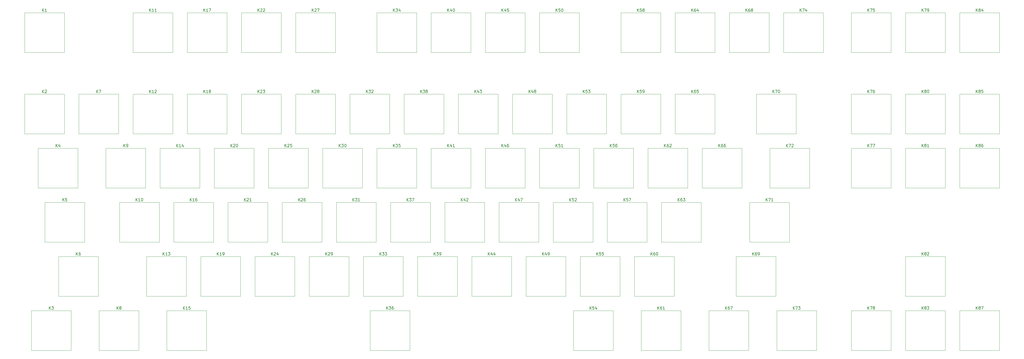
<source format=gbr>
%TF.GenerationSoftware,KiCad,Pcbnew,(5.1.9)-1*%
%TF.CreationDate,2021-03-16T22:25:33-04:00*%
%TF.ProjectId,10Keyless,31304b65-796c-4657-9373-2e6b69636164,rev?*%
%TF.SameCoordinates,Original*%
%TF.FileFunction,Legend,Top*%
%TF.FilePolarity,Positive*%
%FSLAX46Y46*%
G04 Gerber Fmt 4.6, Leading zero omitted, Abs format (unit mm)*
G04 Created by KiCad (PCBNEW (5.1.9)-1) date 2021-03-16 22:25:33*
%MOMM*%
%LPD*%
G01*
G04 APERTURE LIST*
%ADD10C,0.120000*%
%ADD11C,0.150000*%
G04 APERTURE END LIST*
D10*
%TO.C,K70*%
X287795000Y-137152000D02*
X287795000Y-123182000D01*
X301765000Y-137152000D02*
X287795000Y-137152000D01*
X301765000Y-123182000D02*
X301765000Y-137152000D01*
X287795000Y-123182000D02*
X301765000Y-123182000D01*
%TO.C,K69*%
X280652000Y-194298000D02*
X280652000Y-180328000D01*
X294622000Y-194298000D02*
X280652000Y-194298000D01*
X294622000Y-180328000D02*
X294622000Y-194298000D01*
X280652000Y-180328000D02*
X294622000Y-180328000D01*
%TO.C,K36*%
X152073000Y-213347000D02*
X152073000Y-199377000D01*
X166043000Y-213347000D02*
X152073000Y-213347000D01*
X166043000Y-199377000D02*
X166043000Y-213347000D01*
X152073000Y-199377000D02*
X166043000Y-199377000D01*
%TO.C,K3*%
X33020000Y-213347000D02*
X33020000Y-199377000D01*
X46990000Y-213347000D02*
X33020000Y-213347000D01*
X46990000Y-199377000D02*
X46990000Y-213347000D01*
X33020000Y-199377000D02*
X46990000Y-199377000D01*
%TO.C,K8*%
X56828800Y-213347000D02*
X56828800Y-199377000D01*
X70798800Y-213347000D02*
X56828800Y-213347000D01*
X70798800Y-199377000D02*
X70798800Y-213347000D01*
X56828800Y-199377000D02*
X70798800Y-199377000D01*
%TO.C,K15*%
X80639800Y-213347000D02*
X80639800Y-199377000D01*
X94609800Y-213347000D02*
X80639800Y-213347000D01*
X94609800Y-199377000D02*
X94609800Y-213347000D01*
X80639800Y-199377000D02*
X94609800Y-199377000D01*
%TO.C,K54*%
X223506000Y-213347000D02*
X223506000Y-199377000D01*
X237476000Y-213347000D02*
X223506000Y-213347000D01*
X237476000Y-199377000D02*
X237476000Y-213347000D01*
X223506000Y-199377000D02*
X237476000Y-199377000D01*
%TO.C,K61*%
X247317000Y-213347000D02*
X247317000Y-199377000D01*
X261287000Y-213347000D02*
X247317000Y-213347000D01*
X261287000Y-199377000D02*
X261287000Y-213347000D01*
X247317000Y-199377000D02*
X261287000Y-199377000D01*
%TO.C,K67*%
X271128000Y-213347000D02*
X271128000Y-199377000D01*
X285098000Y-213347000D02*
X271128000Y-213347000D01*
X285098000Y-199377000D02*
X285098000Y-213347000D01*
X271128000Y-199377000D02*
X285098000Y-199377000D01*
%TO.C,K73*%
X294939000Y-213347000D02*
X294939000Y-199377000D01*
X308909000Y-213347000D02*
X294939000Y-213347000D01*
X308909000Y-199377000D02*
X308909000Y-213347000D01*
X294939000Y-199377000D02*
X308909000Y-199377000D01*
%TO.C,K6*%
X42542200Y-194298000D02*
X42542200Y-180328000D01*
X56512200Y-194298000D02*
X42542200Y-194298000D01*
X56512200Y-180328000D02*
X56512200Y-194298000D01*
X42542200Y-180328000D02*
X56512200Y-180328000D01*
%TO.C,K71*%
X285414000Y-175249000D02*
X285414000Y-161279000D01*
X299384000Y-175249000D02*
X285414000Y-175249000D01*
X299384000Y-161279000D02*
X299384000Y-175249000D01*
X285414000Y-161279000D02*
X299384000Y-161279000D01*
%TO.C,K5*%
X37780000Y-175249000D02*
X37780000Y-161279000D01*
X51750000Y-175249000D02*
X37780000Y-175249000D01*
X51750000Y-161279000D02*
X51750000Y-175249000D01*
X37780000Y-161279000D02*
X51750000Y-161279000D01*
%TO.C,K4*%
X35398900Y-156201000D02*
X35398900Y-142231000D01*
X49368900Y-156201000D02*
X35398900Y-156201000D01*
X49368900Y-142231000D02*
X49368900Y-156201000D01*
X35398900Y-142231000D02*
X49368900Y-142231000D01*
%TO.C,K72*%
X292558000Y-156201000D02*
X292558000Y-142231000D01*
X306528000Y-156201000D02*
X292558000Y-156201000D01*
X306528000Y-142231000D02*
X306528000Y-156201000D01*
X292558000Y-142231000D02*
X306528000Y-142231000D01*
%TO.C,K74*%
X297329000Y-108576800D02*
X297329000Y-94606800D01*
X311299000Y-108576800D02*
X297329000Y-108576800D01*
X311299000Y-94606800D02*
X311299000Y-108576800D01*
X297329000Y-94606800D02*
X311299000Y-94606800D01*
%TO.C,K1*%
X30636700Y-108576800D02*
X30636700Y-94606800D01*
X44606700Y-108576800D02*
X30636700Y-108576800D01*
X44606700Y-94606800D02*
X44606700Y-108576800D01*
X30636700Y-94606800D02*
X44606700Y-94606800D01*
%TO.C,K2*%
X30636700Y-137152000D02*
X30636700Y-123182000D01*
X44606700Y-137152000D02*
X30636700Y-137152000D01*
X44606700Y-123182000D02*
X44606700Y-137152000D01*
X30636700Y-123182000D02*
X44606700Y-123182000D01*
%TO.C,K7*%
X49685500Y-137152000D02*
X49685500Y-123182000D01*
X63655500Y-137152000D02*
X49685500Y-137152000D01*
X63655500Y-123182000D02*
X63655500Y-137152000D01*
X49685500Y-123182000D02*
X63655500Y-123182000D01*
%TO.C,K9*%
X59209900Y-156201000D02*
X59209900Y-142231000D01*
X73179900Y-156201000D02*
X59209900Y-156201000D01*
X73179900Y-142231000D02*
X73179900Y-156201000D01*
X59209900Y-142231000D02*
X73179900Y-142231000D01*
%TO.C,K10*%
X63972100Y-175249000D02*
X63972100Y-161279000D01*
X77942100Y-175249000D02*
X63972100Y-175249000D01*
X77942100Y-161279000D02*
X77942100Y-175249000D01*
X63972100Y-161279000D02*
X77942100Y-161279000D01*
%TO.C,K11*%
X68736700Y-108576800D02*
X68736700Y-94606800D01*
X82706700Y-108576800D02*
X68736700Y-108576800D01*
X82706700Y-94606800D02*
X82706700Y-108576800D01*
X68736700Y-94606800D02*
X82706700Y-94606800D01*
%TO.C,K12*%
X68734300Y-137152000D02*
X68734300Y-123182000D01*
X82704300Y-137152000D02*
X68734300Y-137152000D01*
X82704300Y-123182000D02*
X82704300Y-137152000D01*
X68734300Y-123182000D02*
X82704300Y-123182000D01*
%TO.C,K13*%
X73496500Y-194298000D02*
X73496500Y-180328000D01*
X87466500Y-194298000D02*
X73496500Y-194298000D01*
X87466500Y-180328000D02*
X87466500Y-194298000D01*
X73496500Y-180328000D02*
X87466500Y-180328000D01*
%TO.C,K14*%
X78258700Y-156201000D02*
X78258700Y-142231000D01*
X92228700Y-156201000D02*
X78258700Y-156201000D01*
X92228700Y-142231000D02*
X92228700Y-156201000D01*
X78258700Y-142231000D02*
X92228700Y-142231000D01*
%TO.C,K16*%
X83020900Y-175249000D02*
X83020900Y-161279000D01*
X96990900Y-175249000D02*
X83020900Y-175249000D01*
X96990900Y-161279000D02*
X96990900Y-175249000D01*
X83020900Y-161279000D02*
X96990900Y-161279000D01*
%TO.C,K17*%
X87783100Y-108576800D02*
X87783100Y-94606800D01*
X101753100Y-108576800D02*
X87783100Y-108576800D01*
X101753100Y-94606800D02*
X101753100Y-108576800D01*
X87783100Y-94606800D02*
X101753100Y-94606800D01*
%TO.C,K18*%
X87783100Y-137152000D02*
X87783100Y-123182000D01*
X101753100Y-137152000D02*
X87783100Y-137152000D01*
X101753100Y-123182000D02*
X101753100Y-137152000D01*
X87783100Y-123182000D02*
X101753100Y-123182000D01*
%TO.C,K19*%
X92545000Y-194298000D02*
X92545000Y-180328000D01*
X106515000Y-194298000D02*
X92545000Y-194298000D01*
X106515000Y-180328000D02*
X106515000Y-194298000D01*
X92545000Y-180328000D02*
X106515000Y-180328000D01*
%TO.C,K20*%
X97307000Y-156201000D02*
X97307000Y-142231000D01*
X111277000Y-156201000D02*
X97307000Y-156201000D01*
X111277000Y-142231000D02*
X111277000Y-156201000D01*
X97307000Y-142231000D02*
X111277000Y-142231000D01*
%TO.C,K21*%
X102070000Y-175249000D02*
X102070000Y-161279000D01*
X116040000Y-175249000D02*
X102070000Y-175249000D01*
X116040000Y-161279000D02*
X116040000Y-175249000D01*
X102070000Y-161279000D02*
X116040000Y-161279000D01*
%TO.C,K22*%
X106832000Y-108576800D02*
X106832000Y-94606800D01*
X120802000Y-108576800D02*
X106832000Y-108576800D01*
X120802000Y-94606800D02*
X120802000Y-108576800D01*
X106832000Y-94606800D02*
X120802000Y-94606800D01*
%TO.C,K23*%
X106832000Y-137152000D02*
X106832000Y-123182000D01*
X120802000Y-137152000D02*
X106832000Y-137152000D01*
X120802000Y-123182000D02*
X120802000Y-137152000D01*
X106832000Y-123182000D02*
X120802000Y-123182000D01*
%TO.C,K24*%
X111594000Y-194298000D02*
X111594000Y-180328000D01*
X125564000Y-194298000D02*
X111594000Y-194298000D01*
X125564000Y-180328000D02*
X125564000Y-194298000D01*
X111594000Y-180328000D02*
X125564000Y-180328000D01*
%TO.C,K25*%
X116356000Y-156201000D02*
X116356000Y-142231000D01*
X130326000Y-156201000D02*
X116356000Y-156201000D01*
X130326000Y-142231000D02*
X130326000Y-156201000D01*
X116356000Y-142231000D02*
X130326000Y-142231000D01*
%TO.C,K26*%
X121119000Y-175249000D02*
X121119000Y-161279000D01*
X135089000Y-175249000D02*
X121119000Y-175249000D01*
X135089000Y-161279000D02*
X135089000Y-175249000D01*
X121119000Y-161279000D02*
X135089000Y-161279000D01*
%TO.C,K27*%
X125881000Y-108576800D02*
X125881000Y-94606800D01*
X139851000Y-108576800D02*
X125881000Y-108576800D01*
X139851000Y-94606800D02*
X139851000Y-108576800D01*
X125881000Y-94606800D02*
X139851000Y-94606800D01*
%TO.C,K28*%
X125881000Y-137152000D02*
X125881000Y-123182000D01*
X139851000Y-137152000D02*
X125881000Y-137152000D01*
X139851000Y-123182000D02*
X139851000Y-137152000D01*
X125881000Y-123182000D02*
X139851000Y-123182000D01*
%TO.C,K29*%
X130643000Y-194298000D02*
X130643000Y-180328000D01*
X144613000Y-194298000D02*
X130643000Y-194298000D01*
X144613000Y-180328000D02*
X144613000Y-194298000D01*
X130643000Y-180328000D02*
X144613000Y-180328000D01*
%TO.C,K30*%
X135405000Y-156201000D02*
X135405000Y-142231000D01*
X149375000Y-156201000D02*
X135405000Y-156201000D01*
X149375000Y-142231000D02*
X149375000Y-156201000D01*
X135405000Y-142231000D02*
X149375000Y-142231000D01*
%TO.C,K31*%
X140167000Y-175249000D02*
X140167000Y-161279000D01*
X154137000Y-175249000D02*
X140167000Y-175249000D01*
X154137000Y-161279000D02*
X154137000Y-175249000D01*
X140167000Y-161279000D02*
X154137000Y-161279000D01*
%TO.C,K32*%
X144929000Y-137152000D02*
X144929000Y-123182000D01*
X158899000Y-137152000D02*
X144929000Y-137152000D01*
X158899000Y-123182000D02*
X158899000Y-137152000D01*
X144929000Y-123182000D02*
X158899000Y-123182000D01*
%TO.C,K33*%
X149692000Y-194298000D02*
X149692000Y-180328000D01*
X163662000Y-194298000D02*
X149692000Y-194298000D01*
X163662000Y-180328000D02*
X163662000Y-194298000D01*
X149692000Y-180328000D02*
X163662000Y-180328000D01*
%TO.C,K34*%
X154455000Y-108576800D02*
X154455000Y-94606800D01*
X168425000Y-108576800D02*
X154455000Y-108576800D01*
X168425000Y-94606800D02*
X168425000Y-108576800D01*
X154455000Y-94606800D02*
X168425000Y-94606800D01*
%TO.C,K35*%
X154454000Y-156201000D02*
X154454000Y-142231000D01*
X168424000Y-156201000D02*
X154454000Y-156201000D01*
X168424000Y-142231000D02*
X168424000Y-156201000D01*
X154454000Y-142231000D02*
X168424000Y-142231000D01*
%TO.C,K37*%
X159216000Y-175249000D02*
X159216000Y-161279000D01*
X173186000Y-175249000D02*
X159216000Y-175249000D01*
X173186000Y-161279000D02*
X173186000Y-175249000D01*
X159216000Y-161279000D02*
X173186000Y-161279000D01*
%TO.C,K38*%
X163978000Y-137152000D02*
X163978000Y-123182000D01*
X177948000Y-137152000D02*
X163978000Y-137152000D01*
X177948000Y-123182000D02*
X177948000Y-137152000D01*
X163978000Y-123182000D02*
X177948000Y-123182000D01*
%TO.C,K39*%
X168741000Y-194298000D02*
X168741000Y-180328000D01*
X182711000Y-194298000D02*
X168741000Y-194298000D01*
X182711000Y-180328000D02*
X182711000Y-194298000D01*
X168741000Y-180328000D02*
X182711000Y-180328000D01*
%TO.C,K40*%
X173505000Y-108576800D02*
X173505000Y-94606800D01*
X187475000Y-108576800D02*
X173505000Y-108576800D01*
X187475000Y-94606800D02*
X187475000Y-108576800D01*
X173505000Y-94606800D02*
X187475000Y-94606800D01*
%TO.C,K41*%
X173503000Y-156201000D02*
X173503000Y-142231000D01*
X187473000Y-156201000D02*
X173503000Y-156201000D01*
X187473000Y-142231000D02*
X187473000Y-156201000D01*
X173503000Y-142231000D02*
X187473000Y-142231000D01*
%TO.C,K42*%
X178265000Y-175249000D02*
X178265000Y-161279000D01*
X192235000Y-175249000D02*
X178265000Y-175249000D01*
X192235000Y-161279000D02*
X192235000Y-175249000D01*
X178265000Y-161279000D02*
X192235000Y-161279000D01*
%TO.C,K43*%
X183027000Y-137152000D02*
X183027000Y-123182000D01*
X196997000Y-137152000D02*
X183027000Y-137152000D01*
X196997000Y-123182000D02*
X196997000Y-137152000D01*
X183027000Y-123182000D02*
X196997000Y-123182000D01*
%TO.C,K44*%
X187789000Y-194298000D02*
X187789000Y-180328000D01*
X201759000Y-194298000D02*
X187789000Y-194298000D01*
X201759000Y-180328000D02*
X201759000Y-194298000D01*
X187789000Y-180328000D02*
X201759000Y-180328000D01*
%TO.C,K45*%
X192555000Y-108576800D02*
X192555000Y-94606800D01*
X206525000Y-108576800D02*
X192555000Y-108576800D01*
X206525000Y-94606800D02*
X206525000Y-108576800D01*
X192555000Y-94606800D02*
X206525000Y-94606800D01*
%TO.C,K46*%
X192551000Y-156201000D02*
X192551000Y-142231000D01*
X206521000Y-156201000D02*
X192551000Y-156201000D01*
X206521000Y-142231000D02*
X206521000Y-156201000D01*
X192551000Y-142231000D02*
X206521000Y-142231000D01*
%TO.C,K47*%
X197314000Y-175249000D02*
X197314000Y-161279000D01*
X211284000Y-175249000D02*
X197314000Y-175249000D01*
X211284000Y-161279000D02*
X211284000Y-175249000D01*
X197314000Y-161279000D02*
X211284000Y-161279000D01*
%TO.C,K48*%
X202076000Y-137152000D02*
X202076000Y-123182000D01*
X216046000Y-137152000D02*
X202076000Y-137152000D01*
X216046000Y-123182000D02*
X216046000Y-137152000D01*
X202076000Y-123182000D02*
X216046000Y-123182000D01*
%TO.C,K49*%
X206838000Y-194298000D02*
X206838000Y-180328000D01*
X220808000Y-194298000D02*
X206838000Y-194298000D01*
X220808000Y-180328000D02*
X220808000Y-194298000D01*
X206838000Y-180328000D02*
X220808000Y-180328000D01*
%TO.C,K50*%
X211605000Y-108576800D02*
X211605000Y-94606800D01*
X225575000Y-108576800D02*
X211605000Y-108576800D01*
X225575000Y-94606800D02*
X225575000Y-108576800D01*
X211605000Y-94606800D02*
X225575000Y-94606800D01*
%TO.C,K51*%
X211600000Y-156201000D02*
X211600000Y-142231000D01*
X225570000Y-156201000D02*
X211600000Y-156201000D01*
X225570000Y-142231000D02*
X225570000Y-156201000D01*
X211600000Y-142231000D02*
X225570000Y-142231000D01*
%TO.C,K52*%
X216363000Y-175249000D02*
X216363000Y-161279000D01*
X230333000Y-175249000D02*
X216363000Y-175249000D01*
X230333000Y-161279000D02*
X230333000Y-175249000D01*
X216363000Y-161279000D02*
X230333000Y-161279000D01*
%TO.C,K53*%
X221125000Y-137152000D02*
X221125000Y-123182000D01*
X235095000Y-137152000D02*
X221125000Y-137152000D01*
X235095000Y-123182000D02*
X235095000Y-137152000D01*
X221125000Y-123182000D02*
X235095000Y-123182000D01*
%TO.C,K55*%
X225887000Y-194298000D02*
X225887000Y-180328000D01*
X239857000Y-194298000D02*
X225887000Y-194298000D01*
X239857000Y-180328000D02*
X239857000Y-194298000D01*
X225887000Y-180328000D02*
X239857000Y-180328000D01*
%TO.C,K56*%
X230649000Y-156201000D02*
X230649000Y-142231000D01*
X244619000Y-156201000D02*
X230649000Y-156201000D01*
X244619000Y-142231000D02*
X244619000Y-156201000D01*
X230649000Y-142231000D02*
X244619000Y-142231000D01*
%TO.C,K57*%
X235411000Y-175249000D02*
X235411000Y-161279000D01*
X249381000Y-175249000D02*
X235411000Y-175249000D01*
X249381000Y-161279000D02*
X249381000Y-175249000D01*
X235411000Y-161279000D02*
X249381000Y-161279000D01*
%TO.C,K58*%
X240179000Y-108576800D02*
X240179000Y-94606800D01*
X254149000Y-108576800D02*
X240179000Y-108576800D01*
X254149000Y-94606800D02*
X254149000Y-108576800D01*
X240179000Y-94606800D02*
X254149000Y-94606800D01*
%TO.C,K59*%
X240173000Y-137152000D02*
X240173000Y-123182000D01*
X254143000Y-137152000D02*
X240173000Y-137152000D01*
X254143000Y-123182000D02*
X254143000Y-137152000D01*
X240173000Y-123182000D02*
X254143000Y-123182000D01*
%TO.C,K60*%
X244936000Y-194298000D02*
X244936000Y-180328000D01*
X258906000Y-194298000D02*
X244936000Y-194298000D01*
X258906000Y-180328000D02*
X258906000Y-194298000D01*
X244936000Y-180328000D02*
X258906000Y-180328000D01*
%TO.C,K62*%
X249698000Y-156201000D02*
X249698000Y-142231000D01*
X263668000Y-156201000D02*
X249698000Y-156201000D01*
X263668000Y-142231000D02*
X263668000Y-156201000D01*
X249698000Y-142231000D02*
X263668000Y-142231000D01*
%TO.C,K63*%
X254460000Y-175249000D02*
X254460000Y-161279000D01*
X268430000Y-175249000D02*
X254460000Y-175249000D01*
X268430000Y-161279000D02*
X268430000Y-175249000D01*
X254460000Y-161279000D02*
X268430000Y-161279000D01*
%TO.C,K64*%
X259229000Y-108576800D02*
X259229000Y-94606800D01*
X273199000Y-108576800D02*
X259229000Y-108576800D01*
X273199000Y-94606800D02*
X273199000Y-108576800D01*
X259229000Y-94606800D02*
X273199000Y-94606800D01*
%TO.C,K65*%
X259222000Y-137152000D02*
X259222000Y-123182000D01*
X273192000Y-137152000D02*
X259222000Y-137152000D01*
X273192000Y-123182000D02*
X273192000Y-137152000D01*
X259222000Y-123182000D02*
X273192000Y-123182000D01*
%TO.C,K66*%
X268747000Y-156201000D02*
X268747000Y-142231000D01*
X282717000Y-156201000D02*
X268747000Y-156201000D01*
X282717000Y-142231000D02*
X282717000Y-156201000D01*
X268747000Y-142231000D02*
X282717000Y-142231000D01*
%TO.C,K68*%
X278279000Y-108576800D02*
X278279000Y-94606800D01*
X292249000Y-108576800D02*
X278279000Y-108576800D01*
X292249000Y-94606800D02*
X292249000Y-108576800D01*
X278279000Y-94606800D02*
X292249000Y-94606800D01*
%TO.C,K75*%
X321142000Y-108576800D02*
X321142000Y-94606800D01*
X335112000Y-108576800D02*
X321142000Y-108576800D01*
X335112000Y-94606800D02*
X335112000Y-108576800D01*
X321142000Y-94606800D02*
X335112000Y-94606800D01*
%TO.C,K76*%
X321142000Y-137152000D02*
X321142000Y-123182000D01*
X335112000Y-137152000D02*
X321142000Y-137152000D01*
X335112000Y-123182000D02*
X335112000Y-137152000D01*
X321142000Y-123182000D02*
X335112000Y-123182000D01*
%TO.C,K77*%
X321142000Y-156201000D02*
X321142000Y-142231000D01*
X335112000Y-156201000D02*
X321142000Y-156201000D01*
X335112000Y-142231000D02*
X335112000Y-156201000D01*
X321142000Y-142231000D02*
X335112000Y-142231000D01*
%TO.C,K78*%
X321142000Y-213347000D02*
X321142000Y-199377000D01*
X335112000Y-213347000D02*
X321142000Y-213347000D01*
X335112000Y-199377000D02*
X335112000Y-213347000D01*
X321142000Y-199377000D02*
X335112000Y-199377000D01*
%TO.C,K79*%
X340192000Y-108576800D02*
X340192000Y-94606800D01*
X354162000Y-108576800D02*
X340192000Y-108576800D01*
X354162000Y-94606800D02*
X354162000Y-108576800D01*
X340192000Y-94606800D02*
X354162000Y-94606800D01*
%TO.C,K80*%
X340192000Y-137152000D02*
X340192000Y-123182000D01*
X354162000Y-137152000D02*
X340192000Y-137152000D01*
X354162000Y-123182000D02*
X354162000Y-137152000D01*
X340192000Y-123182000D02*
X354162000Y-123182000D01*
%TO.C,K81*%
X340192000Y-156201000D02*
X340192000Y-142231000D01*
X354162000Y-156201000D02*
X340192000Y-156201000D01*
X354162000Y-142231000D02*
X354162000Y-156201000D01*
X340192000Y-142231000D02*
X354162000Y-142231000D01*
%TO.C,K82*%
X340192000Y-194298000D02*
X340192000Y-180328000D01*
X354162000Y-194298000D02*
X340192000Y-194298000D01*
X354162000Y-180328000D02*
X354162000Y-194298000D01*
X340192000Y-180328000D02*
X354162000Y-180328000D01*
%TO.C,K83*%
X340192000Y-213347000D02*
X340192000Y-199377000D01*
X354162000Y-213347000D02*
X340192000Y-213347000D01*
X354162000Y-199377000D02*
X354162000Y-213347000D01*
X340192000Y-199377000D02*
X354162000Y-199377000D01*
%TO.C,K84*%
X359242000Y-108576800D02*
X359242000Y-94606800D01*
X373212000Y-108576800D02*
X359242000Y-108576800D01*
X373212000Y-94606800D02*
X373212000Y-108576800D01*
X359242000Y-94606800D02*
X373212000Y-94606800D01*
%TO.C,K85*%
X359242000Y-137152000D02*
X359242000Y-123182000D01*
X373212000Y-137152000D02*
X359242000Y-137152000D01*
X373212000Y-123182000D02*
X373212000Y-137152000D01*
X359242000Y-123182000D02*
X373212000Y-123182000D01*
%TO.C,K86*%
X359242000Y-156201000D02*
X359242000Y-142231000D01*
X373212000Y-156201000D02*
X359242000Y-156201000D01*
X373212000Y-142231000D02*
X373212000Y-156201000D01*
X359242000Y-142231000D02*
X373212000Y-142231000D01*
%TO.C,K87*%
X359242000Y-213347000D02*
X359242000Y-199377000D01*
X373212000Y-213347000D02*
X359242000Y-213347000D01*
X373212000Y-199377000D02*
X373212000Y-213347000D01*
X359242000Y-199377000D02*
X373212000Y-199377000D01*
%TO.C,K70*%
D11*
X293565714Y-122745380D02*
X293565714Y-121745380D01*
X294137142Y-122745380D02*
X293708571Y-122173952D01*
X294137142Y-121745380D02*
X293565714Y-122316809D01*
X294470476Y-121745380D02*
X295137142Y-121745380D01*
X294708571Y-122745380D01*
X295708571Y-121745380D02*
X295803809Y-121745380D01*
X295899047Y-121793000D01*
X295946666Y-121840619D01*
X295994285Y-121935857D01*
X296041904Y-122126333D01*
X296041904Y-122364428D01*
X295994285Y-122554904D01*
X295946666Y-122650142D01*
X295899047Y-122697761D01*
X295803809Y-122745380D01*
X295708571Y-122745380D01*
X295613333Y-122697761D01*
X295565714Y-122650142D01*
X295518095Y-122554904D01*
X295470476Y-122364428D01*
X295470476Y-122126333D01*
X295518095Y-121935857D01*
X295565714Y-121840619D01*
X295613333Y-121793000D01*
X295708571Y-121745380D01*
%TO.C,K69*%
X286422714Y-179891380D02*
X286422714Y-178891380D01*
X286994142Y-179891380D02*
X286565571Y-179319952D01*
X286994142Y-178891380D02*
X286422714Y-179462809D01*
X287851285Y-178891380D02*
X287660809Y-178891380D01*
X287565571Y-178939000D01*
X287517952Y-178986619D01*
X287422714Y-179129476D01*
X287375095Y-179319952D01*
X287375095Y-179700904D01*
X287422714Y-179796142D01*
X287470333Y-179843761D01*
X287565571Y-179891380D01*
X287756047Y-179891380D01*
X287851285Y-179843761D01*
X287898904Y-179796142D01*
X287946523Y-179700904D01*
X287946523Y-179462809D01*
X287898904Y-179367571D01*
X287851285Y-179319952D01*
X287756047Y-179272333D01*
X287565571Y-179272333D01*
X287470333Y-179319952D01*
X287422714Y-179367571D01*
X287375095Y-179462809D01*
X288422714Y-179891380D02*
X288613190Y-179891380D01*
X288708428Y-179843761D01*
X288756047Y-179796142D01*
X288851285Y-179653285D01*
X288898904Y-179462809D01*
X288898904Y-179081857D01*
X288851285Y-178986619D01*
X288803666Y-178939000D01*
X288708428Y-178891380D01*
X288517952Y-178891380D01*
X288422714Y-178939000D01*
X288375095Y-178986619D01*
X288327476Y-179081857D01*
X288327476Y-179319952D01*
X288375095Y-179415190D01*
X288422714Y-179462809D01*
X288517952Y-179510428D01*
X288708428Y-179510428D01*
X288803666Y-179462809D01*
X288851285Y-179415190D01*
X288898904Y-179319952D01*
%TO.C,K36*%
X157843714Y-198940380D02*
X157843714Y-197940380D01*
X158415142Y-198940380D02*
X157986571Y-198368952D01*
X158415142Y-197940380D02*
X157843714Y-198511809D01*
X158748476Y-197940380D02*
X159367523Y-197940380D01*
X159034190Y-198321333D01*
X159177047Y-198321333D01*
X159272285Y-198368952D01*
X159319904Y-198416571D01*
X159367523Y-198511809D01*
X159367523Y-198749904D01*
X159319904Y-198845142D01*
X159272285Y-198892761D01*
X159177047Y-198940380D01*
X158891333Y-198940380D01*
X158796095Y-198892761D01*
X158748476Y-198845142D01*
X160224666Y-197940380D02*
X160034190Y-197940380D01*
X159938952Y-197988000D01*
X159891333Y-198035619D01*
X159796095Y-198178476D01*
X159748476Y-198368952D01*
X159748476Y-198749904D01*
X159796095Y-198845142D01*
X159843714Y-198892761D01*
X159938952Y-198940380D01*
X160129428Y-198940380D01*
X160224666Y-198892761D01*
X160272285Y-198845142D01*
X160319904Y-198749904D01*
X160319904Y-198511809D01*
X160272285Y-198416571D01*
X160224666Y-198368952D01*
X160129428Y-198321333D01*
X159938952Y-198321333D01*
X159843714Y-198368952D01*
X159796095Y-198416571D01*
X159748476Y-198511809D01*
%TO.C,K3*%
X39266904Y-198940380D02*
X39266904Y-197940380D01*
X39838333Y-198940380D02*
X39409761Y-198368952D01*
X39838333Y-197940380D02*
X39266904Y-198511809D01*
X40171666Y-197940380D02*
X40790714Y-197940380D01*
X40457380Y-198321333D01*
X40600238Y-198321333D01*
X40695476Y-198368952D01*
X40743095Y-198416571D01*
X40790714Y-198511809D01*
X40790714Y-198749904D01*
X40743095Y-198845142D01*
X40695476Y-198892761D01*
X40600238Y-198940380D01*
X40314523Y-198940380D01*
X40219285Y-198892761D01*
X40171666Y-198845142D01*
%TO.C,K8*%
X63075704Y-198940380D02*
X63075704Y-197940380D01*
X63647133Y-198940380D02*
X63218561Y-198368952D01*
X63647133Y-197940380D02*
X63075704Y-198511809D01*
X64218561Y-198368952D02*
X64123323Y-198321333D01*
X64075704Y-198273714D01*
X64028085Y-198178476D01*
X64028085Y-198130857D01*
X64075704Y-198035619D01*
X64123323Y-197988000D01*
X64218561Y-197940380D01*
X64409038Y-197940380D01*
X64504276Y-197988000D01*
X64551895Y-198035619D01*
X64599514Y-198130857D01*
X64599514Y-198178476D01*
X64551895Y-198273714D01*
X64504276Y-198321333D01*
X64409038Y-198368952D01*
X64218561Y-198368952D01*
X64123323Y-198416571D01*
X64075704Y-198464190D01*
X64028085Y-198559428D01*
X64028085Y-198749904D01*
X64075704Y-198845142D01*
X64123323Y-198892761D01*
X64218561Y-198940380D01*
X64409038Y-198940380D01*
X64504276Y-198892761D01*
X64551895Y-198845142D01*
X64599514Y-198749904D01*
X64599514Y-198559428D01*
X64551895Y-198464190D01*
X64504276Y-198416571D01*
X64409038Y-198368952D01*
%TO.C,K15*%
X86410514Y-198940380D02*
X86410514Y-197940380D01*
X86981942Y-198940380D02*
X86553371Y-198368952D01*
X86981942Y-197940380D02*
X86410514Y-198511809D01*
X87934323Y-198940380D02*
X87362895Y-198940380D01*
X87648609Y-198940380D02*
X87648609Y-197940380D01*
X87553371Y-198083238D01*
X87458133Y-198178476D01*
X87362895Y-198226095D01*
X88839085Y-197940380D02*
X88362895Y-197940380D01*
X88315276Y-198416571D01*
X88362895Y-198368952D01*
X88458133Y-198321333D01*
X88696228Y-198321333D01*
X88791466Y-198368952D01*
X88839085Y-198416571D01*
X88886704Y-198511809D01*
X88886704Y-198749904D01*
X88839085Y-198845142D01*
X88791466Y-198892761D01*
X88696228Y-198940380D01*
X88458133Y-198940380D01*
X88362895Y-198892761D01*
X88315276Y-198845142D01*
%TO.C,K54*%
X229276714Y-198940380D02*
X229276714Y-197940380D01*
X229848142Y-198940380D02*
X229419571Y-198368952D01*
X229848142Y-197940380D02*
X229276714Y-198511809D01*
X230752904Y-197940380D02*
X230276714Y-197940380D01*
X230229095Y-198416571D01*
X230276714Y-198368952D01*
X230371952Y-198321333D01*
X230610047Y-198321333D01*
X230705285Y-198368952D01*
X230752904Y-198416571D01*
X230800523Y-198511809D01*
X230800523Y-198749904D01*
X230752904Y-198845142D01*
X230705285Y-198892761D01*
X230610047Y-198940380D01*
X230371952Y-198940380D01*
X230276714Y-198892761D01*
X230229095Y-198845142D01*
X231657666Y-198273714D02*
X231657666Y-198940380D01*
X231419571Y-197892761D02*
X231181476Y-198607047D01*
X231800523Y-198607047D01*
%TO.C,K61*%
X253087714Y-198940380D02*
X253087714Y-197940380D01*
X253659142Y-198940380D02*
X253230571Y-198368952D01*
X253659142Y-197940380D02*
X253087714Y-198511809D01*
X254516285Y-197940380D02*
X254325809Y-197940380D01*
X254230571Y-197988000D01*
X254182952Y-198035619D01*
X254087714Y-198178476D01*
X254040095Y-198368952D01*
X254040095Y-198749904D01*
X254087714Y-198845142D01*
X254135333Y-198892761D01*
X254230571Y-198940380D01*
X254421047Y-198940380D01*
X254516285Y-198892761D01*
X254563904Y-198845142D01*
X254611523Y-198749904D01*
X254611523Y-198511809D01*
X254563904Y-198416571D01*
X254516285Y-198368952D01*
X254421047Y-198321333D01*
X254230571Y-198321333D01*
X254135333Y-198368952D01*
X254087714Y-198416571D01*
X254040095Y-198511809D01*
X255563904Y-198940380D02*
X254992476Y-198940380D01*
X255278190Y-198940380D02*
X255278190Y-197940380D01*
X255182952Y-198083238D01*
X255087714Y-198178476D01*
X254992476Y-198226095D01*
%TO.C,K67*%
X276898714Y-198940380D02*
X276898714Y-197940380D01*
X277470142Y-198940380D02*
X277041571Y-198368952D01*
X277470142Y-197940380D02*
X276898714Y-198511809D01*
X278327285Y-197940380D02*
X278136809Y-197940380D01*
X278041571Y-197988000D01*
X277993952Y-198035619D01*
X277898714Y-198178476D01*
X277851095Y-198368952D01*
X277851095Y-198749904D01*
X277898714Y-198845142D01*
X277946333Y-198892761D01*
X278041571Y-198940380D01*
X278232047Y-198940380D01*
X278327285Y-198892761D01*
X278374904Y-198845142D01*
X278422523Y-198749904D01*
X278422523Y-198511809D01*
X278374904Y-198416571D01*
X278327285Y-198368952D01*
X278232047Y-198321333D01*
X278041571Y-198321333D01*
X277946333Y-198368952D01*
X277898714Y-198416571D01*
X277851095Y-198511809D01*
X278755857Y-197940380D02*
X279422523Y-197940380D01*
X278993952Y-198940380D01*
%TO.C,K73*%
X300709714Y-198940380D02*
X300709714Y-197940380D01*
X301281142Y-198940380D02*
X300852571Y-198368952D01*
X301281142Y-197940380D02*
X300709714Y-198511809D01*
X301614476Y-197940380D02*
X302281142Y-197940380D01*
X301852571Y-198940380D01*
X302566857Y-197940380D02*
X303185904Y-197940380D01*
X302852571Y-198321333D01*
X302995428Y-198321333D01*
X303090666Y-198368952D01*
X303138285Y-198416571D01*
X303185904Y-198511809D01*
X303185904Y-198749904D01*
X303138285Y-198845142D01*
X303090666Y-198892761D01*
X302995428Y-198940380D01*
X302709714Y-198940380D01*
X302614476Y-198892761D01*
X302566857Y-198845142D01*
%TO.C,K6*%
X48789104Y-179891380D02*
X48789104Y-178891380D01*
X49360533Y-179891380D02*
X48931961Y-179319952D01*
X49360533Y-178891380D02*
X48789104Y-179462809D01*
X50217676Y-178891380D02*
X50027200Y-178891380D01*
X49931961Y-178939000D01*
X49884342Y-178986619D01*
X49789104Y-179129476D01*
X49741485Y-179319952D01*
X49741485Y-179700904D01*
X49789104Y-179796142D01*
X49836723Y-179843761D01*
X49931961Y-179891380D01*
X50122438Y-179891380D01*
X50217676Y-179843761D01*
X50265295Y-179796142D01*
X50312914Y-179700904D01*
X50312914Y-179462809D01*
X50265295Y-179367571D01*
X50217676Y-179319952D01*
X50122438Y-179272333D01*
X49931961Y-179272333D01*
X49836723Y-179319952D01*
X49789104Y-179367571D01*
X49741485Y-179462809D01*
%TO.C,K71*%
X291184714Y-160842380D02*
X291184714Y-159842380D01*
X291756142Y-160842380D02*
X291327571Y-160270952D01*
X291756142Y-159842380D02*
X291184714Y-160413809D01*
X292089476Y-159842380D02*
X292756142Y-159842380D01*
X292327571Y-160842380D01*
X293660904Y-160842380D02*
X293089476Y-160842380D01*
X293375190Y-160842380D02*
X293375190Y-159842380D01*
X293279952Y-159985238D01*
X293184714Y-160080476D01*
X293089476Y-160128095D01*
%TO.C,K5*%
X44026904Y-160842380D02*
X44026904Y-159842380D01*
X44598333Y-160842380D02*
X44169761Y-160270952D01*
X44598333Y-159842380D02*
X44026904Y-160413809D01*
X45503095Y-159842380D02*
X45026904Y-159842380D01*
X44979285Y-160318571D01*
X45026904Y-160270952D01*
X45122142Y-160223333D01*
X45360238Y-160223333D01*
X45455476Y-160270952D01*
X45503095Y-160318571D01*
X45550714Y-160413809D01*
X45550714Y-160651904D01*
X45503095Y-160747142D01*
X45455476Y-160794761D01*
X45360238Y-160842380D01*
X45122142Y-160842380D01*
X45026904Y-160794761D01*
X44979285Y-160747142D01*
%TO.C,K4*%
X41645804Y-141794380D02*
X41645804Y-140794380D01*
X42217233Y-141794380D02*
X41788661Y-141222952D01*
X42217233Y-140794380D02*
X41645804Y-141365809D01*
X43074376Y-141127714D02*
X43074376Y-141794380D01*
X42836280Y-140746761D02*
X42598185Y-141461047D01*
X43217233Y-141461047D01*
%TO.C,K72*%
X298328714Y-141794380D02*
X298328714Y-140794380D01*
X298900142Y-141794380D02*
X298471571Y-141222952D01*
X298900142Y-140794380D02*
X298328714Y-141365809D01*
X299233476Y-140794380D02*
X299900142Y-140794380D01*
X299471571Y-141794380D01*
X300233476Y-140889619D02*
X300281095Y-140842000D01*
X300376333Y-140794380D01*
X300614428Y-140794380D01*
X300709666Y-140842000D01*
X300757285Y-140889619D01*
X300804904Y-140984857D01*
X300804904Y-141080095D01*
X300757285Y-141222952D01*
X300185857Y-141794380D01*
X300804904Y-141794380D01*
%TO.C,K74*%
X303099714Y-94170180D02*
X303099714Y-93170180D01*
X303671142Y-94170180D02*
X303242571Y-93598752D01*
X303671142Y-93170180D02*
X303099714Y-93741609D01*
X304004476Y-93170180D02*
X304671142Y-93170180D01*
X304242571Y-94170180D01*
X305480666Y-93503514D02*
X305480666Y-94170180D01*
X305242571Y-93122561D02*
X305004476Y-93836847D01*
X305623523Y-93836847D01*
%TO.C,K1*%
X36883604Y-94170180D02*
X36883604Y-93170180D01*
X37455033Y-94170180D02*
X37026461Y-93598752D01*
X37455033Y-93170180D02*
X36883604Y-93741609D01*
X38407414Y-94170180D02*
X37835985Y-94170180D01*
X38121700Y-94170180D02*
X38121700Y-93170180D01*
X38026461Y-93313038D01*
X37931223Y-93408276D01*
X37835985Y-93455895D01*
%TO.C,K2*%
X36883604Y-122745380D02*
X36883604Y-121745380D01*
X37455033Y-122745380D02*
X37026461Y-122173952D01*
X37455033Y-121745380D02*
X36883604Y-122316809D01*
X37835985Y-121840619D02*
X37883604Y-121793000D01*
X37978842Y-121745380D01*
X38216938Y-121745380D01*
X38312176Y-121793000D01*
X38359795Y-121840619D01*
X38407414Y-121935857D01*
X38407414Y-122031095D01*
X38359795Y-122173952D01*
X37788366Y-122745380D01*
X38407414Y-122745380D01*
%TO.C,K7*%
X55932404Y-122745380D02*
X55932404Y-121745380D01*
X56503833Y-122745380D02*
X56075261Y-122173952D01*
X56503833Y-121745380D02*
X55932404Y-122316809D01*
X56837166Y-121745380D02*
X57503833Y-121745380D01*
X57075261Y-122745380D01*
%TO.C,K9*%
X65456804Y-141794380D02*
X65456804Y-140794380D01*
X66028233Y-141794380D02*
X65599661Y-141222952D01*
X66028233Y-140794380D02*
X65456804Y-141365809D01*
X66504423Y-141794380D02*
X66694900Y-141794380D01*
X66790138Y-141746761D01*
X66837757Y-141699142D01*
X66932995Y-141556285D01*
X66980614Y-141365809D01*
X66980614Y-140984857D01*
X66932995Y-140889619D01*
X66885376Y-140842000D01*
X66790138Y-140794380D01*
X66599661Y-140794380D01*
X66504423Y-140842000D01*
X66456804Y-140889619D01*
X66409185Y-140984857D01*
X66409185Y-141222952D01*
X66456804Y-141318190D01*
X66504423Y-141365809D01*
X66599661Y-141413428D01*
X66790138Y-141413428D01*
X66885376Y-141365809D01*
X66932995Y-141318190D01*
X66980614Y-141222952D01*
%TO.C,K10*%
X69742814Y-160842380D02*
X69742814Y-159842380D01*
X70314242Y-160842380D02*
X69885671Y-160270952D01*
X70314242Y-159842380D02*
X69742814Y-160413809D01*
X71266623Y-160842380D02*
X70695195Y-160842380D01*
X70980909Y-160842380D02*
X70980909Y-159842380D01*
X70885671Y-159985238D01*
X70790433Y-160080476D01*
X70695195Y-160128095D01*
X71885671Y-159842380D02*
X71980909Y-159842380D01*
X72076147Y-159890000D01*
X72123766Y-159937619D01*
X72171385Y-160032857D01*
X72219004Y-160223333D01*
X72219004Y-160461428D01*
X72171385Y-160651904D01*
X72123766Y-160747142D01*
X72076147Y-160794761D01*
X71980909Y-160842380D01*
X71885671Y-160842380D01*
X71790433Y-160794761D01*
X71742814Y-160747142D01*
X71695195Y-160651904D01*
X71647576Y-160461428D01*
X71647576Y-160223333D01*
X71695195Y-160032857D01*
X71742814Y-159937619D01*
X71790433Y-159890000D01*
X71885671Y-159842380D01*
%TO.C,K11*%
X74507414Y-94170180D02*
X74507414Y-93170180D01*
X75078842Y-94170180D02*
X74650271Y-93598752D01*
X75078842Y-93170180D02*
X74507414Y-93741609D01*
X76031223Y-94170180D02*
X75459795Y-94170180D01*
X75745509Y-94170180D02*
X75745509Y-93170180D01*
X75650271Y-93313038D01*
X75555033Y-93408276D01*
X75459795Y-93455895D01*
X76983604Y-94170180D02*
X76412176Y-94170180D01*
X76697890Y-94170180D02*
X76697890Y-93170180D01*
X76602652Y-93313038D01*
X76507414Y-93408276D01*
X76412176Y-93455895D01*
%TO.C,K12*%
X74505014Y-122745380D02*
X74505014Y-121745380D01*
X75076442Y-122745380D02*
X74647871Y-122173952D01*
X75076442Y-121745380D02*
X74505014Y-122316809D01*
X76028823Y-122745380D02*
X75457395Y-122745380D01*
X75743109Y-122745380D02*
X75743109Y-121745380D01*
X75647871Y-121888238D01*
X75552633Y-121983476D01*
X75457395Y-122031095D01*
X76409776Y-121840619D02*
X76457395Y-121793000D01*
X76552633Y-121745380D01*
X76790728Y-121745380D01*
X76885966Y-121793000D01*
X76933585Y-121840619D01*
X76981204Y-121935857D01*
X76981204Y-122031095D01*
X76933585Y-122173952D01*
X76362157Y-122745380D01*
X76981204Y-122745380D01*
%TO.C,K13*%
X79267214Y-179891380D02*
X79267214Y-178891380D01*
X79838642Y-179891380D02*
X79410071Y-179319952D01*
X79838642Y-178891380D02*
X79267214Y-179462809D01*
X80791023Y-179891380D02*
X80219595Y-179891380D01*
X80505309Y-179891380D02*
X80505309Y-178891380D01*
X80410071Y-179034238D01*
X80314833Y-179129476D01*
X80219595Y-179177095D01*
X81124357Y-178891380D02*
X81743404Y-178891380D01*
X81410071Y-179272333D01*
X81552928Y-179272333D01*
X81648166Y-179319952D01*
X81695785Y-179367571D01*
X81743404Y-179462809D01*
X81743404Y-179700904D01*
X81695785Y-179796142D01*
X81648166Y-179843761D01*
X81552928Y-179891380D01*
X81267214Y-179891380D01*
X81171976Y-179843761D01*
X81124357Y-179796142D01*
%TO.C,K14*%
X84029414Y-141794380D02*
X84029414Y-140794380D01*
X84600842Y-141794380D02*
X84172271Y-141222952D01*
X84600842Y-140794380D02*
X84029414Y-141365809D01*
X85553223Y-141794380D02*
X84981795Y-141794380D01*
X85267509Y-141794380D02*
X85267509Y-140794380D01*
X85172271Y-140937238D01*
X85077033Y-141032476D01*
X84981795Y-141080095D01*
X86410366Y-141127714D02*
X86410366Y-141794380D01*
X86172271Y-140746761D02*
X85934176Y-141461047D01*
X86553223Y-141461047D01*
%TO.C,K16*%
X88791614Y-160842380D02*
X88791614Y-159842380D01*
X89363042Y-160842380D02*
X88934471Y-160270952D01*
X89363042Y-159842380D02*
X88791614Y-160413809D01*
X90315423Y-160842380D02*
X89743995Y-160842380D01*
X90029709Y-160842380D02*
X90029709Y-159842380D01*
X89934471Y-159985238D01*
X89839233Y-160080476D01*
X89743995Y-160128095D01*
X91172566Y-159842380D02*
X90982090Y-159842380D01*
X90886852Y-159890000D01*
X90839233Y-159937619D01*
X90743995Y-160080476D01*
X90696376Y-160270952D01*
X90696376Y-160651904D01*
X90743995Y-160747142D01*
X90791614Y-160794761D01*
X90886852Y-160842380D01*
X91077328Y-160842380D01*
X91172566Y-160794761D01*
X91220185Y-160747142D01*
X91267804Y-160651904D01*
X91267804Y-160413809D01*
X91220185Y-160318571D01*
X91172566Y-160270952D01*
X91077328Y-160223333D01*
X90886852Y-160223333D01*
X90791614Y-160270952D01*
X90743995Y-160318571D01*
X90696376Y-160413809D01*
%TO.C,K17*%
X93553814Y-94170180D02*
X93553814Y-93170180D01*
X94125242Y-94170180D02*
X93696671Y-93598752D01*
X94125242Y-93170180D02*
X93553814Y-93741609D01*
X95077623Y-94170180D02*
X94506195Y-94170180D01*
X94791909Y-94170180D02*
X94791909Y-93170180D01*
X94696671Y-93313038D01*
X94601433Y-93408276D01*
X94506195Y-93455895D01*
X95410957Y-93170180D02*
X96077623Y-93170180D01*
X95649052Y-94170180D01*
%TO.C,K18*%
X93553814Y-122745380D02*
X93553814Y-121745380D01*
X94125242Y-122745380D02*
X93696671Y-122173952D01*
X94125242Y-121745380D02*
X93553814Y-122316809D01*
X95077623Y-122745380D02*
X94506195Y-122745380D01*
X94791909Y-122745380D02*
X94791909Y-121745380D01*
X94696671Y-121888238D01*
X94601433Y-121983476D01*
X94506195Y-122031095D01*
X95649052Y-122173952D02*
X95553814Y-122126333D01*
X95506195Y-122078714D01*
X95458576Y-121983476D01*
X95458576Y-121935857D01*
X95506195Y-121840619D01*
X95553814Y-121793000D01*
X95649052Y-121745380D01*
X95839528Y-121745380D01*
X95934766Y-121793000D01*
X95982385Y-121840619D01*
X96030004Y-121935857D01*
X96030004Y-121983476D01*
X95982385Y-122078714D01*
X95934766Y-122126333D01*
X95839528Y-122173952D01*
X95649052Y-122173952D01*
X95553814Y-122221571D01*
X95506195Y-122269190D01*
X95458576Y-122364428D01*
X95458576Y-122554904D01*
X95506195Y-122650142D01*
X95553814Y-122697761D01*
X95649052Y-122745380D01*
X95839528Y-122745380D01*
X95934766Y-122697761D01*
X95982385Y-122650142D01*
X96030004Y-122554904D01*
X96030004Y-122364428D01*
X95982385Y-122269190D01*
X95934766Y-122221571D01*
X95839528Y-122173952D01*
%TO.C,K19*%
X98315714Y-179891380D02*
X98315714Y-178891380D01*
X98887142Y-179891380D02*
X98458571Y-179319952D01*
X98887142Y-178891380D02*
X98315714Y-179462809D01*
X99839523Y-179891380D02*
X99268095Y-179891380D01*
X99553809Y-179891380D02*
X99553809Y-178891380D01*
X99458571Y-179034238D01*
X99363333Y-179129476D01*
X99268095Y-179177095D01*
X100315714Y-179891380D02*
X100506190Y-179891380D01*
X100601428Y-179843761D01*
X100649047Y-179796142D01*
X100744285Y-179653285D01*
X100791904Y-179462809D01*
X100791904Y-179081857D01*
X100744285Y-178986619D01*
X100696666Y-178939000D01*
X100601428Y-178891380D01*
X100410952Y-178891380D01*
X100315714Y-178939000D01*
X100268095Y-178986619D01*
X100220476Y-179081857D01*
X100220476Y-179319952D01*
X100268095Y-179415190D01*
X100315714Y-179462809D01*
X100410952Y-179510428D01*
X100601428Y-179510428D01*
X100696666Y-179462809D01*
X100744285Y-179415190D01*
X100791904Y-179319952D01*
%TO.C,K20*%
X103077714Y-141794380D02*
X103077714Y-140794380D01*
X103649142Y-141794380D02*
X103220571Y-141222952D01*
X103649142Y-140794380D02*
X103077714Y-141365809D01*
X104030095Y-140889619D02*
X104077714Y-140842000D01*
X104172952Y-140794380D01*
X104411047Y-140794380D01*
X104506285Y-140842000D01*
X104553904Y-140889619D01*
X104601523Y-140984857D01*
X104601523Y-141080095D01*
X104553904Y-141222952D01*
X103982476Y-141794380D01*
X104601523Y-141794380D01*
X105220571Y-140794380D02*
X105315809Y-140794380D01*
X105411047Y-140842000D01*
X105458666Y-140889619D01*
X105506285Y-140984857D01*
X105553904Y-141175333D01*
X105553904Y-141413428D01*
X105506285Y-141603904D01*
X105458666Y-141699142D01*
X105411047Y-141746761D01*
X105315809Y-141794380D01*
X105220571Y-141794380D01*
X105125333Y-141746761D01*
X105077714Y-141699142D01*
X105030095Y-141603904D01*
X104982476Y-141413428D01*
X104982476Y-141175333D01*
X105030095Y-140984857D01*
X105077714Y-140889619D01*
X105125333Y-140842000D01*
X105220571Y-140794380D01*
%TO.C,K21*%
X107840714Y-160842380D02*
X107840714Y-159842380D01*
X108412142Y-160842380D02*
X107983571Y-160270952D01*
X108412142Y-159842380D02*
X107840714Y-160413809D01*
X108793095Y-159937619D02*
X108840714Y-159890000D01*
X108935952Y-159842380D01*
X109174047Y-159842380D01*
X109269285Y-159890000D01*
X109316904Y-159937619D01*
X109364523Y-160032857D01*
X109364523Y-160128095D01*
X109316904Y-160270952D01*
X108745476Y-160842380D01*
X109364523Y-160842380D01*
X110316904Y-160842380D02*
X109745476Y-160842380D01*
X110031190Y-160842380D02*
X110031190Y-159842380D01*
X109935952Y-159985238D01*
X109840714Y-160080476D01*
X109745476Y-160128095D01*
%TO.C,K22*%
X112602714Y-94170180D02*
X112602714Y-93170180D01*
X113174142Y-94170180D02*
X112745571Y-93598752D01*
X113174142Y-93170180D02*
X112602714Y-93741609D01*
X113555095Y-93265419D02*
X113602714Y-93217800D01*
X113697952Y-93170180D01*
X113936047Y-93170180D01*
X114031285Y-93217800D01*
X114078904Y-93265419D01*
X114126523Y-93360657D01*
X114126523Y-93455895D01*
X114078904Y-93598752D01*
X113507476Y-94170180D01*
X114126523Y-94170180D01*
X114507476Y-93265419D02*
X114555095Y-93217800D01*
X114650333Y-93170180D01*
X114888428Y-93170180D01*
X114983666Y-93217800D01*
X115031285Y-93265419D01*
X115078904Y-93360657D01*
X115078904Y-93455895D01*
X115031285Y-93598752D01*
X114459857Y-94170180D01*
X115078904Y-94170180D01*
%TO.C,K23*%
X112602714Y-122745380D02*
X112602714Y-121745380D01*
X113174142Y-122745380D02*
X112745571Y-122173952D01*
X113174142Y-121745380D02*
X112602714Y-122316809D01*
X113555095Y-121840619D02*
X113602714Y-121793000D01*
X113697952Y-121745380D01*
X113936047Y-121745380D01*
X114031285Y-121793000D01*
X114078904Y-121840619D01*
X114126523Y-121935857D01*
X114126523Y-122031095D01*
X114078904Y-122173952D01*
X113507476Y-122745380D01*
X114126523Y-122745380D01*
X114459857Y-121745380D02*
X115078904Y-121745380D01*
X114745571Y-122126333D01*
X114888428Y-122126333D01*
X114983666Y-122173952D01*
X115031285Y-122221571D01*
X115078904Y-122316809D01*
X115078904Y-122554904D01*
X115031285Y-122650142D01*
X114983666Y-122697761D01*
X114888428Y-122745380D01*
X114602714Y-122745380D01*
X114507476Y-122697761D01*
X114459857Y-122650142D01*
%TO.C,K24*%
X117364714Y-179891380D02*
X117364714Y-178891380D01*
X117936142Y-179891380D02*
X117507571Y-179319952D01*
X117936142Y-178891380D02*
X117364714Y-179462809D01*
X118317095Y-178986619D02*
X118364714Y-178939000D01*
X118459952Y-178891380D01*
X118698047Y-178891380D01*
X118793285Y-178939000D01*
X118840904Y-178986619D01*
X118888523Y-179081857D01*
X118888523Y-179177095D01*
X118840904Y-179319952D01*
X118269476Y-179891380D01*
X118888523Y-179891380D01*
X119745666Y-179224714D02*
X119745666Y-179891380D01*
X119507571Y-178843761D02*
X119269476Y-179558047D01*
X119888523Y-179558047D01*
%TO.C,K25*%
X122126714Y-141794380D02*
X122126714Y-140794380D01*
X122698142Y-141794380D02*
X122269571Y-141222952D01*
X122698142Y-140794380D02*
X122126714Y-141365809D01*
X123079095Y-140889619D02*
X123126714Y-140842000D01*
X123221952Y-140794380D01*
X123460047Y-140794380D01*
X123555285Y-140842000D01*
X123602904Y-140889619D01*
X123650523Y-140984857D01*
X123650523Y-141080095D01*
X123602904Y-141222952D01*
X123031476Y-141794380D01*
X123650523Y-141794380D01*
X124555285Y-140794380D02*
X124079095Y-140794380D01*
X124031476Y-141270571D01*
X124079095Y-141222952D01*
X124174333Y-141175333D01*
X124412428Y-141175333D01*
X124507666Y-141222952D01*
X124555285Y-141270571D01*
X124602904Y-141365809D01*
X124602904Y-141603904D01*
X124555285Y-141699142D01*
X124507666Y-141746761D01*
X124412428Y-141794380D01*
X124174333Y-141794380D01*
X124079095Y-141746761D01*
X124031476Y-141699142D01*
%TO.C,K26*%
X126889714Y-160842380D02*
X126889714Y-159842380D01*
X127461142Y-160842380D02*
X127032571Y-160270952D01*
X127461142Y-159842380D02*
X126889714Y-160413809D01*
X127842095Y-159937619D02*
X127889714Y-159890000D01*
X127984952Y-159842380D01*
X128223047Y-159842380D01*
X128318285Y-159890000D01*
X128365904Y-159937619D01*
X128413523Y-160032857D01*
X128413523Y-160128095D01*
X128365904Y-160270952D01*
X127794476Y-160842380D01*
X128413523Y-160842380D01*
X129270666Y-159842380D02*
X129080190Y-159842380D01*
X128984952Y-159890000D01*
X128937333Y-159937619D01*
X128842095Y-160080476D01*
X128794476Y-160270952D01*
X128794476Y-160651904D01*
X128842095Y-160747142D01*
X128889714Y-160794761D01*
X128984952Y-160842380D01*
X129175428Y-160842380D01*
X129270666Y-160794761D01*
X129318285Y-160747142D01*
X129365904Y-160651904D01*
X129365904Y-160413809D01*
X129318285Y-160318571D01*
X129270666Y-160270952D01*
X129175428Y-160223333D01*
X128984952Y-160223333D01*
X128889714Y-160270952D01*
X128842095Y-160318571D01*
X128794476Y-160413809D01*
%TO.C,K27*%
X131651714Y-94170180D02*
X131651714Y-93170180D01*
X132223142Y-94170180D02*
X131794571Y-93598752D01*
X132223142Y-93170180D02*
X131651714Y-93741609D01*
X132604095Y-93265419D02*
X132651714Y-93217800D01*
X132746952Y-93170180D01*
X132985047Y-93170180D01*
X133080285Y-93217800D01*
X133127904Y-93265419D01*
X133175523Y-93360657D01*
X133175523Y-93455895D01*
X133127904Y-93598752D01*
X132556476Y-94170180D01*
X133175523Y-94170180D01*
X133508857Y-93170180D02*
X134175523Y-93170180D01*
X133746952Y-94170180D01*
%TO.C,K28*%
X131651714Y-122745380D02*
X131651714Y-121745380D01*
X132223142Y-122745380D02*
X131794571Y-122173952D01*
X132223142Y-121745380D02*
X131651714Y-122316809D01*
X132604095Y-121840619D02*
X132651714Y-121793000D01*
X132746952Y-121745380D01*
X132985047Y-121745380D01*
X133080285Y-121793000D01*
X133127904Y-121840619D01*
X133175523Y-121935857D01*
X133175523Y-122031095D01*
X133127904Y-122173952D01*
X132556476Y-122745380D01*
X133175523Y-122745380D01*
X133746952Y-122173952D02*
X133651714Y-122126333D01*
X133604095Y-122078714D01*
X133556476Y-121983476D01*
X133556476Y-121935857D01*
X133604095Y-121840619D01*
X133651714Y-121793000D01*
X133746952Y-121745380D01*
X133937428Y-121745380D01*
X134032666Y-121793000D01*
X134080285Y-121840619D01*
X134127904Y-121935857D01*
X134127904Y-121983476D01*
X134080285Y-122078714D01*
X134032666Y-122126333D01*
X133937428Y-122173952D01*
X133746952Y-122173952D01*
X133651714Y-122221571D01*
X133604095Y-122269190D01*
X133556476Y-122364428D01*
X133556476Y-122554904D01*
X133604095Y-122650142D01*
X133651714Y-122697761D01*
X133746952Y-122745380D01*
X133937428Y-122745380D01*
X134032666Y-122697761D01*
X134080285Y-122650142D01*
X134127904Y-122554904D01*
X134127904Y-122364428D01*
X134080285Y-122269190D01*
X134032666Y-122221571D01*
X133937428Y-122173952D01*
%TO.C,K29*%
X136413714Y-179891380D02*
X136413714Y-178891380D01*
X136985142Y-179891380D02*
X136556571Y-179319952D01*
X136985142Y-178891380D02*
X136413714Y-179462809D01*
X137366095Y-178986619D02*
X137413714Y-178939000D01*
X137508952Y-178891380D01*
X137747047Y-178891380D01*
X137842285Y-178939000D01*
X137889904Y-178986619D01*
X137937523Y-179081857D01*
X137937523Y-179177095D01*
X137889904Y-179319952D01*
X137318476Y-179891380D01*
X137937523Y-179891380D01*
X138413714Y-179891380D02*
X138604190Y-179891380D01*
X138699428Y-179843761D01*
X138747047Y-179796142D01*
X138842285Y-179653285D01*
X138889904Y-179462809D01*
X138889904Y-179081857D01*
X138842285Y-178986619D01*
X138794666Y-178939000D01*
X138699428Y-178891380D01*
X138508952Y-178891380D01*
X138413714Y-178939000D01*
X138366095Y-178986619D01*
X138318476Y-179081857D01*
X138318476Y-179319952D01*
X138366095Y-179415190D01*
X138413714Y-179462809D01*
X138508952Y-179510428D01*
X138699428Y-179510428D01*
X138794666Y-179462809D01*
X138842285Y-179415190D01*
X138889904Y-179319952D01*
%TO.C,K30*%
X141175714Y-141794380D02*
X141175714Y-140794380D01*
X141747142Y-141794380D02*
X141318571Y-141222952D01*
X141747142Y-140794380D02*
X141175714Y-141365809D01*
X142080476Y-140794380D02*
X142699523Y-140794380D01*
X142366190Y-141175333D01*
X142509047Y-141175333D01*
X142604285Y-141222952D01*
X142651904Y-141270571D01*
X142699523Y-141365809D01*
X142699523Y-141603904D01*
X142651904Y-141699142D01*
X142604285Y-141746761D01*
X142509047Y-141794380D01*
X142223333Y-141794380D01*
X142128095Y-141746761D01*
X142080476Y-141699142D01*
X143318571Y-140794380D02*
X143413809Y-140794380D01*
X143509047Y-140842000D01*
X143556666Y-140889619D01*
X143604285Y-140984857D01*
X143651904Y-141175333D01*
X143651904Y-141413428D01*
X143604285Y-141603904D01*
X143556666Y-141699142D01*
X143509047Y-141746761D01*
X143413809Y-141794380D01*
X143318571Y-141794380D01*
X143223333Y-141746761D01*
X143175714Y-141699142D01*
X143128095Y-141603904D01*
X143080476Y-141413428D01*
X143080476Y-141175333D01*
X143128095Y-140984857D01*
X143175714Y-140889619D01*
X143223333Y-140842000D01*
X143318571Y-140794380D01*
%TO.C,K31*%
X145937714Y-160842380D02*
X145937714Y-159842380D01*
X146509142Y-160842380D02*
X146080571Y-160270952D01*
X146509142Y-159842380D02*
X145937714Y-160413809D01*
X146842476Y-159842380D02*
X147461523Y-159842380D01*
X147128190Y-160223333D01*
X147271047Y-160223333D01*
X147366285Y-160270952D01*
X147413904Y-160318571D01*
X147461523Y-160413809D01*
X147461523Y-160651904D01*
X147413904Y-160747142D01*
X147366285Y-160794761D01*
X147271047Y-160842380D01*
X146985333Y-160842380D01*
X146890095Y-160794761D01*
X146842476Y-160747142D01*
X148413904Y-160842380D02*
X147842476Y-160842380D01*
X148128190Y-160842380D02*
X148128190Y-159842380D01*
X148032952Y-159985238D01*
X147937714Y-160080476D01*
X147842476Y-160128095D01*
%TO.C,K32*%
X150699714Y-122745380D02*
X150699714Y-121745380D01*
X151271142Y-122745380D02*
X150842571Y-122173952D01*
X151271142Y-121745380D02*
X150699714Y-122316809D01*
X151604476Y-121745380D02*
X152223523Y-121745380D01*
X151890190Y-122126333D01*
X152033047Y-122126333D01*
X152128285Y-122173952D01*
X152175904Y-122221571D01*
X152223523Y-122316809D01*
X152223523Y-122554904D01*
X152175904Y-122650142D01*
X152128285Y-122697761D01*
X152033047Y-122745380D01*
X151747333Y-122745380D01*
X151652095Y-122697761D01*
X151604476Y-122650142D01*
X152604476Y-121840619D02*
X152652095Y-121793000D01*
X152747333Y-121745380D01*
X152985428Y-121745380D01*
X153080666Y-121793000D01*
X153128285Y-121840619D01*
X153175904Y-121935857D01*
X153175904Y-122031095D01*
X153128285Y-122173952D01*
X152556857Y-122745380D01*
X153175904Y-122745380D01*
%TO.C,K33*%
X155462714Y-179891380D02*
X155462714Y-178891380D01*
X156034142Y-179891380D02*
X155605571Y-179319952D01*
X156034142Y-178891380D02*
X155462714Y-179462809D01*
X156367476Y-178891380D02*
X156986523Y-178891380D01*
X156653190Y-179272333D01*
X156796047Y-179272333D01*
X156891285Y-179319952D01*
X156938904Y-179367571D01*
X156986523Y-179462809D01*
X156986523Y-179700904D01*
X156938904Y-179796142D01*
X156891285Y-179843761D01*
X156796047Y-179891380D01*
X156510333Y-179891380D01*
X156415095Y-179843761D01*
X156367476Y-179796142D01*
X157319857Y-178891380D02*
X157938904Y-178891380D01*
X157605571Y-179272333D01*
X157748428Y-179272333D01*
X157843666Y-179319952D01*
X157891285Y-179367571D01*
X157938904Y-179462809D01*
X157938904Y-179700904D01*
X157891285Y-179796142D01*
X157843666Y-179843761D01*
X157748428Y-179891380D01*
X157462714Y-179891380D01*
X157367476Y-179843761D01*
X157319857Y-179796142D01*
%TO.C,K34*%
X160225714Y-94170180D02*
X160225714Y-93170180D01*
X160797142Y-94170180D02*
X160368571Y-93598752D01*
X160797142Y-93170180D02*
X160225714Y-93741609D01*
X161130476Y-93170180D02*
X161749523Y-93170180D01*
X161416190Y-93551133D01*
X161559047Y-93551133D01*
X161654285Y-93598752D01*
X161701904Y-93646371D01*
X161749523Y-93741609D01*
X161749523Y-93979704D01*
X161701904Y-94074942D01*
X161654285Y-94122561D01*
X161559047Y-94170180D01*
X161273333Y-94170180D01*
X161178095Y-94122561D01*
X161130476Y-94074942D01*
X162606666Y-93503514D02*
X162606666Y-94170180D01*
X162368571Y-93122561D02*
X162130476Y-93836847D01*
X162749523Y-93836847D01*
%TO.C,K35*%
X160224714Y-141794380D02*
X160224714Y-140794380D01*
X160796142Y-141794380D02*
X160367571Y-141222952D01*
X160796142Y-140794380D02*
X160224714Y-141365809D01*
X161129476Y-140794380D02*
X161748523Y-140794380D01*
X161415190Y-141175333D01*
X161558047Y-141175333D01*
X161653285Y-141222952D01*
X161700904Y-141270571D01*
X161748523Y-141365809D01*
X161748523Y-141603904D01*
X161700904Y-141699142D01*
X161653285Y-141746761D01*
X161558047Y-141794380D01*
X161272333Y-141794380D01*
X161177095Y-141746761D01*
X161129476Y-141699142D01*
X162653285Y-140794380D02*
X162177095Y-140794380D01*
X162129476Y-141270571D01*
X162177095Y-141222952D01*
X162272333Y-141175333D01*
X162510428Y-141175333D01*
X162605666Y-141222952D01*
X162653285Y-141270571D01*
X162700904Y-141365809D01*
X162700904Y-141603904D01*
X162653285Y-141699142D01*
X162605666Y-141746761D01*
X162510428Y-141794380D01*
X162272333Y-141794380D01*
X162177095Y-141746761D01*
X162129476Y-141699142D01*
%TO.C,K37*%
X164986714Y-160842380D02*
X164986714Y-159842380D01*
X165558142Y-160842380D02*
X165129571Y-160270952D01*
X165558142Y-159842380D02*
X164986714Y-160413809D01*
X165891476Y-159842380D02*
X166510523Y-159842380D01*
X166177190Y-160223333D01*
X166320047Y-160223333D01*
X166415285Y-160270952D01*
X166462904Y-160318571D01*
X166510523Y-160413809D01*
X166510523Y-160651904D01*
X166462904Y-160747142D01*
X166415285Y-160794761D01*
X166320047Y-160842380D01*
X166034333Y-160842380D01*
X165939095Y-160794761D01*
X165891476Y-160747142D01*
X166843857Y-159842380D02*
X167510523Y-159842380D01*
X167081952Y-160842380D01*
%TO.C,K38*%
X169748714Y-122745380D02*
X169748714Y-121745380D01*
X170320142Y-122745380D02*
X169891571Y-122173952D01*
X170320142Y-121745380D02*
X169748714Y-122316809D01*
X170653476Y-121745380D02*
X171272523Y-121745380D01*
X170939190Y-122126333D01*
X171082047Y-122126333D01*
X171177285Y-122173952D01*
X171224904Y-122221571D01*
X171272523Y-122316809D01*
X171272523Y-122554904D01*
X171224904Y-122650142D01*
X171177285Y-122697761D01*
X171082047Y-122745380D01*
X170796333Y-122745380D01*
X170701095Y-122697761D01*
X170653476Y-122650142D01*
X171843952Y-122173952D02*
X171748714Y-122126333D01*
X171701095Y-122078714D01*
X171653476Y-121983476D01*
X171653476Y-121935857D01*
X171701095Y-121840619D01*
X171748714Y-121793000D01*
X171843952Y-121745380D01*
X172034428Y-121745380D01*
X172129666Y-121793000D01*
X172177285Y-121840619D01*
X172224904Y-121935857D01*
X172224904Y-121983476D01*
X172177285Y-122078714D01*
X172129666Y-122126333D01*
X172034428Y-122173952D01*
X171843952Y-122173952D01*
X171748714Y-122221571D01*
X171701095Y-122269190D01*
X171653476Y-122364428D01*
X171653476Y-122554904D01*
X171701095Y-122650142D01*
X171748714Y-122697761D01*
X171843952Y-122745380D01*
X172034428Y-122745380D01*
X172129666Y-122697761D01*
X172177285Y-122650142D01*
X172224904Y-122554904D01*
X172224904Y-122364428D01*
X172177285Y-122269190D01*
X172129666Y-122221571D01*
X172034428Y-122173952D01*
%TO.C,K39*%
X174511714Y-179891380D02*
X174511714Y-178891380D01*
X175083142Y-179891380D02*
X174654571Y-179319952D01*
X175083142Y-178891380D02*
X174511714Y-179462809D01*
X175416476Y-178891380D02*
X176035523Y-178891380D01*
X175702190Y-179272333D01*
X175845047Y-179272333D01*
X175940285Y-179319952D01*
X175987904Y-179367571D01*
X176035523Y-179462809D01*
X176035523Y-179700904D01*
X175987904Y-179796142D01*
X175940285Y-179843761D01*
X175845047Y-179891380D01*
X175559333Y-179891380D01*
X175464095Y-179843761D01*
X175416476Y-179796142D01*
X176511714Y-179891380D02*
X176702190Y-179891380D01*
X176797428Y-179843761D01*
X176845047Y-179796142D01*
X176940285Y-179653285D01*
X176987904Y-179462809D01*
X176987904Y-179081857D01*
X176940285Y-178986619D01*
X176892666Y-178939000D01*
X176797428Y-178891380D01*
X176606952Y-178891380D01*
X176511714Y-178939000D01*
X176464095Y-178986619D01*
X176416476Y-179081857D01*
X176416476Y-179319952D01*
X176464095Y-179415190D01*
X176511714Y-179462809D01*
X176606952Y-179510428D01*
X176797428Y-179510428D01*
X176892666Y-179462809D01*
X176940285Y-179415190D01*
X176987904Y-179319952D01*
%TO.C,K40*%
X179275714Y-94170180D02*
X179275714Y-93170180D01*
X179847142Y-94170180D02*
X179418571Y-93598752D01*
X179847142Y-93170180D02*
X179275714Y-93741609D01*
X180704285Y-93503514D02*
X180704285Y-94170180D01*
X180466190Y-93122561D02*
X180228095Y-93836847D01*
X180847142Y-93836847D01*
X181418571Y-93170180D02*
X181513809Y-93170180D01*
X181609047Y-93217800D01*
X181656666Y-93265419D01*
X181704285Y-93360657D01*
X181751904Y-93551133D01*
X181751904Y-93789228D01*
X181704285Y-93979704D01*
X181656666Y-94074942D01*
X181609047Y-94122561D01*
X181513809Y-94170180D01*
X181418571Y-94170180D01*
X181323333Y-94122561D01*
X181275714Y-94074942D01*
X181228095Y-93979704D01*
X181180476Y-93789228D01*
X181180476Y-93551133D01*
X181228095Y-93360657D01*
X181275714Y-93265419D01*
X181323333Y-93217800D01*
X181418571Y-93170180D01*
%TO.C,K41*%
X179273714Y-141794380D02*
X179273714Y-140794380D01*
X179845142Y-141794380D02*
X179416571Y-141222952D01*
X179845142Y-140794380D02*
X179273714Y-141365809D01*
X180702285Y-141127714D02*
X180702285Y-141794380D01*
X180464190Y-140746761D02*
X180226095Y-141461047D01*
X180845142Y-141461047D01*
X181749904Y-141794380D02*
X181178476Y-141794380D01*
X181464190Y-141794380D02*
X181464190Y-140794380D01*
X181368952Y-140937238D01*
X181273714Y-141032476D01*
X181178476Y-141080095D01*
%TO.C,K42*%
X184035714Y-160842380D02*
X184035714Y-159842380D01*
X184607142Y-160842380D02*
X184178571Y-160270952D01*
X184607142Y-159842380D02*
X184035714Y-160413809D01*
X185464285Y-160175714D02*
X185464285Y-160842380D01*
X185226190Y-159794761D02*
X184988095Y-160509047D01*
X185607142Y-160509047D01*
X185940476Y-159937619D02*
X185988095Y-159890000D01*
X186083333Y-159842380D01*
X186321428Y-159842380D01*
X186416666Y-159890000D01*
X186464285Y-159937619D01*
X186511904Y-160032857D01*
X186511904Y-160128095D01*
X186464285Y-160270952D01*
X185892857Y-160842380D01*
X186511904Y-160842380D01*
%TO.C,K43*%
X188797714Y-122745380D02*
X188797714Y-121745380D01*
X189369142Y-122745380D02*
X188940571Y-122173952D01*
X189369142Y-121745380D02*
X188797714Y-122316809D01*
X190226285Y-122078714D02*
X190226285Y-122745380D01*
X189988190Y-121697761D02*
X189750095Y-122412047D01*
X190369142Y-122412047D01*
X190654857Y-121745380D02*
X191273904Y-121745380D01*
X190940571Y-122126333D01*
X191083428Y-122126333D01*
X191178666Y-122173952D01*
X191226285Y-122221571D01*
X191273904Y-122316809D01*
X191273904Y-122554904D01*
X191226285Y-122650142D01*
X191178666Y-122697761D01*
X191083428Y-122745380D01*
X190797714Y-122745380D01*
X190702476Y-122697761D01*
X190654857Y-122650142D01*
%TO.C,K44*%
X193559714Y-179891380D02*
X193559714Y-178891380D01*
X194131142Y-179891380D02*
X193702571Y-179319952D01*
X194131142Y-178891380D02*
X193559714Y-179462809D01*
X194988285Y-179224714D02*
X194988285Y-179891380D01*
X194750190Y-178843761D02*
X194512095Y-179558047D01*
X195131142Y-179558047D01*
X195940666Y-179224714D02*
X195940666Y-179891380D01*
X195702571Y-178843761D02*
X195464476Y-179558047D01*
X196083523Y-179558047D01*
%TO.C,K45*%
X198325714Y-94170180D02*
X198325714Y-93170180D01*
X198897142Y-94170180D02*
X198468571Y-93598752D01*
X198897142Y-93170180D02*
X198325714Y-93741609D01*
X199754285Y-93503514D02*
X199754285Y-94170180D01*
X199516190Y-93122561D02*
X199278095Y-93836847D01*
X199897142Y-93836847D01*
X200754285Y-93170180D02*
X200278095Y-93170180D01*
X200230476Y-93646371D01*
X200278095Y-93598752D01*
X200373333Y-93551133D01*
X200611428Y-93551133D01*
X200706666Y-93598752D01*
X200754285Y-93646371D01*
X200801904Y-93741609D01*
X200801904Y-93979704D01*
X200754285Y-94074942D01*
X200706666Y-94122561D01*
X200611428Y-94170180D01*
X200373333Y-94170180D01*
X200278095Y-94122561D01*
X200230476Y-94074942D01*
%TO.C,K46*%
X198321714Y-141794380D02*
X198321714Y-140794380D01*
X198893142Y-141794380D02*
X198464571Y-141222952D01*
X198893142Y-140794380D02*
X198321714Y-141365809D01*
X199750285Y-141127714D02*
X199750285Y-141794380D01*
X199512190Y-140746761D02*
X199274095Y-141461047D01*
X199893142Y-141461047D01*
X200702666Y-140794380D02*
X200512190Y-140794380D01*
X200416952Y-140842000D01*
X200369333Y-140889619D01*
X200274095Y-141032476D01*
X200226476Y-141222952D01*
X200226476Y-141603904D01*
X200274095Y-141699142D01*
X200321714Y-141746761D01*
X200416952Y-141794380D01*
X200607428Y-141794380D01*
X200702666Y-141746761D01*
X200750285Y-141699142D01*
X200797904Y-141603904D01*
X200797904Y-141365809D01*
X200750285Y-141270571D01*
X200702666Y-141222952D01*
X200607428Y-141175333D01*
X200416952Y-141175333D01*
X200321714Y-141222952D01*
X200274095Y-141270571D01*
X200226476Y-141365809D01*
%TO.C,K47*%
X203084714Y-160842380D02*
X203084714Y-159842380D01*
X203656142Y-160842380D02*
X203227571Y-160270952D01*
X203656142Y-159842380D02*
X203084714Y-160413809D01*
X204513285Y-160175714D02*
X204513285Y-160842380D01*
X204275190Y-159794761D02*
X204037095Y-160509047D01*
X204656142Y-160509047D01*
X204941857Y-159842380D02*
X205608523Y-159842380D01*
X205179952Y-160842380D01*
%TO.C,K48*%
X207846714Y-122745380D02*
X207846714Y-121745380D01*
X208418142Y-122745380D02*
X207989571Y-122173952D01*
X208418142Y-121745380D02*
X207846714Y-122316809D01*
X209275285Y-122078714D02*
X209275285Y-122745380D01*
X209037190Y-121697761D02*
X208799095Y-122412047D01*
X209418142Y-122412047D01*
X209941952Y-122173952D02*
X209846714Y-122126333D01*
X209799095Y-122078714D01*
X209751476Y-121983476D01*
X209751476Y-121935857D01*
X209799095Y-121840619D01*
X209846714Y-121793000D01*
X209941952Y-121745380D01*
X210132428Y-121745380D01*
X210227666Y-121793000D01*
X210275285Y-121840619D01*
X210322904Y-121935857D01*
X210322904Y-121983476D01*
X210275285Y-122078714D01*
X210227666Y-122126333D01*
X210132428Y-122173952D01*
X209941952Y-122173952D01*
X209846714Y-122221571D01*
X209799095Y-122269190D01*
X209751476Y-122364428D01*
X209751476Y-122554904D01*
X209799095Y-122650142D01*
X209846714Y-122697761D01*
X209941952Y-122745380D01*
X210132428Y-122745380D01*
X210227666Y-122697761D01*
X210275285Y-122650142D01*
X210322904Y-122554904D01*
X210322904Y-122364428D01*
X210275285Y-122269190D01*
X210227666Y-122221571D01*
X210132428Y-122173952D01*
%TO.C,K49*%
X212608714Y-179891380D02*
X212608714Y-178891380D01*
X213180142Y-179891380D02*
X212751571Y-179319952D01*
X213180142Y-178891380D02*
X212608714Y-179462809D01*
X214037285Y-179224714D02*
X214037285Y-179891380D01*
X213799190Y-178843761D02*
X213561095Y-179558047D01*
X214180142Y-179558047D01*
X214608714Y-179891380D02*
X214799190Y-179891380D01*
X214894428Y-179843761D01*
X214942047Y-179796142D01*
X215037285Y-179653285D01*
X215084904Y-179462809D01*
X215084904Y-179081857D01*
X215037285Y-178986619D01*
X214989666Y-178939000D01*
X214894428Y-178891380D01*
X214703952Y-178891380D01*
X214608714Y-178939000D01*
X214561095Y-178986619D01*
X214513476Y-179081857D01*
X214513476Y-179319952D01*
X214561095Y-179415190D01*
X214608714Y-179462809D01*
X214703952Y-179510428D01*
X214894428Y-179510428D01*
X214989666Y-179462809D01*
X215037285Y-179415190D01*
X215084904Y-179319952D01*
%TO.C,K50*%
X217375714Y-94170180D02*
X217375714Y-93170180D01*
X217947142Y-94170180D02*
X217518571Y-93598752D01*
X217947142Y-93170180D02*
X217375714Y-93741609D01*
X218851904Y-93170180D02*
X218375714Y-93170180D01*
X218328095Y-93646371D01*
X218375714Y-93598752D01*
X218470952Y-93551133D01*
X218709047Y-93551133D01*
X218804285Y-93598752D01*
X218851904Y-93646371D01*
X218899523Y-93741609D01*
X218899523Y-93979704D01*
X218851904Y-94074942D01*
X218804285Y-94122561D01*
X218709047Y-94170180D01*
X218470952Y-94170180D01*
X218375714Y-94122561D01*
X218328095Y-94074942D01*
X219518571Y-93170180D02*
X219613809Y-93170180D01*
X219709047Y-93217800D01*
X219756666Y-93265419D01*
X219804285Y-93360657D01*
X219851904Y-93551133D01*
X219851904Y-93789228D01*
X219804285Y-93979704D01*
X219756666Y-94074942D01*
X219709047Y-94122561D01*
X219613809Y-94170180D01*
X219518571Y-94170180D01*
X219423333Y-94122561D01*
X219375714Y-94074942D01*
X219328095Y-93979704D01*
X219280476Y-93789228D01*
X219280476Y-93551133D01*
X219328095Y-93360657D01*
X219375714Y-93265419D01*
X219423333Y-93217800D01*
X219518571Y-93170180D01*
%TO.C,K51*%
X217370714Y-141794380D02*
X217370714Y-140794380D01*
X217942142Y-141794380D02*
X217513571Y-141222952D01*
X217942142Y-140794380D02*
X217370714Y-141365809D01*
X218846904Y-140794380D02*
X218370714Y-140794380D01*
X218323095Y-141270571D01*
X218370714Y-141222952D01*
X218465952Y-141175333D01*
X218704047Y-141175333D01*
X218799285Y-141222952D01*
X218846904Y-141270571D01*
X218894523Y-141365809D01*
X218894523Y-141603904D01*
X218846904Y-141699142D01*
X218799285Y-141746761D01*
X218704047Y-141794380D01*
X218465952Y-141794380D01*
X218370714Y-141746761D01*
X218323095Y-141699142D01*
X219846904Y-141794380D02*
X219275476Y-141794380D01*
X219561190Y-141794380D02*
X219561190Y-140794380D01*
X219465952Y-140937238D01*
X219370714Y-141032476D01*
X219275476Y-141080095D01*
%TO.C,K52*%
X222133714Y-160842380D02*
X222133714Y-159842380D01*
X222705142Y-160842380D02*
X222276571Y-160270952D01*
X222705142Y-159842380D02*
X222133714Y-160413809D01*
X223609904Y-159842380D02*
X223133714Y-159842380D01*
X223086095Y-160318571D01*
X223133714Y-160270952D01*
X223228952Y-160223333D01*
X223467047Y-160223333D01*
X223562285Y-160270952D01*
X223609904Y-160318571D01*
X223657523Y-160413809D01*
X223657523Y-160651904D01*
X223609904Y-160747142D01*
X223562285Y-160794761D01*
X223467047Y-160842380D01*
X223228952Y-160842380D01*
X223133714Y-160794761D01*
X223086095Y-160747142D01*
X224038476Y-159937619D02*
X224086095Y-159890000D01*
X224181333Y-159842380D01*
X224419428Y-159842380D01*
X224514666Y-159890000D01*
X224562285Y-159937619D01*
X224609904Y-160032857D01*
X224609904Y-160128095D01*
X224562285Y-160270952D01*
X223990857Y-160842380D01*
X224609904Y-160842380D01*
%TO.C,K53*%
X226895714Y-122745380D02*
X226895714Y-121745380D01*
X227467142Y-122745380D02*
X227038571Y-122173952D01*
X227467142Y-121745380D02*
X226895714Y-122316809D01*
X228371904Y-121745380D02*
X227895714Y-121745380D01*
X227848095Y-122221571D01*
X227895714Y-122173952D01*
X227990952Y-122126333D01*
X228229047Y-122126333D01*
X228324285Y-122173952D01*
X228371904Y-122221571D01*
X228419523Y-122316809D01*
X228419523Y-122554904D01*
X228371904Y-122650142D01*
X228324285Y-122697761D01*
X228229047Y-122745380D01*
X227990952Y-122745380D01*
X227895714Y-122697761D01*
X227848095Y-122650142D01*
X228752857Y-121745380D02*
X229371904Y-121745380D01*
X229038571Y-122126333D01*
X229181428Y-122126333D01*
X229276666Y-122173952D01*
X229324285Y-122221571D01*
X229371904Y-122316809D01*
X229371904Y-122554904D01*
X229324285Y-122650142D01*
X229276666Y-122697761D01*
X229181428Y-122745380D01*
X228895714Y-122745380D01*
X228800476Y-122697761D01*
X228752857Y-122650142D01*
%TO.C,K55*%
X231657714Y-179891380D02*
X231657714Y-178891380D01*
X232229142Y-179891380D02*
X231800571Y-179319952D01*
X232229142Y-178891380D02*
X231657714Y-179462809D01*
X233133904Y-178891380D02*
X232657714Y-178891380D01*
X232610095Y-179367571D01*
X232657714Y-179319952D01*
X232752952Y-179272333D01*
X232991047Y-179272333D01*
X233086285Y-179319952D01*
X233133904Y-179367571D01*
X233181523Y-179462809D01*
X233181523Y-179700904D01*
X233133904Y-179796142D01*
X233086285Y-179843761D01*
X232991047Y-179891380D01*
X232752952Y-179891380D01*
X232657714Y-179843761D01*
X232610095Y-179796142D01*
X234086285Y-178891380D02*
X233610095Y-178891380D01*
X233562476Y-179367571D01*
X233610095Y-179319952D01*
X233705333Y-179272333D01*
X233943428Y-179272333D01*
X234038666Y-179319952D01*
X234086285Y-179367571D01*
X234133904Y-179462809D01*
X234133904Y-179700904D01*
X234086285Y-179796142D01*
X234038666Y-179843761D01*
X233943428Y-179891380D01*
X233705333Y-179891380D01*
X233610095Y-179843761D01*
X233562476Y-179796142D01*
%TO.C,K56*%
X236419714Y-141794380D02*
X236419714Y-140794380D01*
X236991142Y-141794380D02*
X236562571Y-141222952D01*
X236991142Y-140794380D02*
X236419714Y-141365809D01*
X237895904Y-140794380D02*
X237419714Y-140794380D01*
X237372095Y-141270571D01*
X237419714Y-141222952D01*
X237514952Y-141175333D01*
X237753047Y-141175333D01*
X237848285Y-141222952D01*
X237895904Y-141270571D01*
X237943523Y-141365809D01*
X237943523Y-141603904D01*
X237895904Y-141699142D01*
X237848285Y-141746761D01*
X237753047Y-141794380D01*
X237514952Y-141794380D01*
X237419714Y-141746761D01*
X237372095Y-141699142D01*
X238800666Y-140794380D02*
X238610190Y-140794380D01*
X238514952Y-140842000D01*
X238467333Y-140889619D01*
X238372095Y-141032476D01*
X238324476Y-141222952D01*
X238324476Y-141603904D01*
X238372095Y-141699142D01*
X238419714Y-141746761D01*
X238514952Y-141794380D01*
X238705428Y-141794380D01*
X238800666Y-141746761D01*
X238848285Y-141699142D01*
X238895904Y-141603904D01*
X238895904Y-141365809D01*
X238848285Y-141270571D01*
X238800666Y-141222952D01*
X238705428Y-141175333D01*
X238514952Y-141175333D01*
X238419714Y-141222952D01*
X238372095Y-141270571D01*
X238324476Y-141365809D01*
%TO.C,K57*%
X241181714Y-160842380D02*
X241181714Y-159842380D01*
X241753142Y-160842380D02*
X241324571Y-160270952D01*
X241753142Y-159842380D02*
X241181714Y-160413809D01*
X242657904Y-159842380D02*
X242181714Y-159842380D01*
X242134095Y-160318571D01*
X242181714Y-160270952D01*
X242276952Y-160223333D01*
X242515047Y-160223333D01*
X242610285Y-160270952D01*
X242657904Y-160318571D01*
X242705523Y-160413809D01*
X242705523Y-160651904D01*
X242657904Y-160747142D01*
X242610285Y-160794761D01*
X242515047Y-160842380D01*
X242276952Y-160842380D01*
X242181714Y-160794761D01*
X242134095Y-160747142D01*
X243038857Y-159842380D02*
X243705523Y-159842380D01*
X243276952Y-160842380D01*
%TO.C,K58*%
X245949714Y-94170180D02*
X245949714Y-93170180D01*
X246521142Y-94170180D02*
X246092571Y-93598752D01*
X246521142Y-93170180D02*
X245949714Y-93741609D01*
X247425904Y-93170180D02*
X246949714Y-93170180D01*
X246902095Y-93646371D01*
X246949714Y-93598752D01*
X247044952Y-93551133D01*
X247283047Y-93551133D01*
X247378285Y-93598752D01*
X247425904Y-93646371D01*
X247473523Y-93741609D01*
X247473523Y-93979704D01*
X247425904Y-94074942D01*
X247378285Y-94122561D01*
X247283047Y-94170180D01*
X247044952Y-94170180D01*
X246949714Y-94122561D01*
X246902095Y-94074942D01*
X248044952Y-93598752D02*
X247949714Y-93551133D01*
X247902095Y-93503514D01*
X247854476Y-93408276D01*
X247854476Y-93360657D01*
X247902095Y-93265419D01*
X247949714Y-93217800D01*
X248044952Y-93170180D01*
X248235428Y-93170180D01*
X248330666Y-93217800D01*
X248378285Y-93265419D01*
X248425904Y-93360657D01*
X248425904Y-93408276D01*
X248378285Y-93503514D01*
X248330666Y-93551133D01*
X248235428Y-93598752D01*
X248044952Y-93598752D01*
X247949714Y-93646371D01*
X247902095Y-93693990D01*
X247854476Y-93789228D01*
X247854476Y-93979704D01*
X247902095Y-94074942D01*
X247949714Y-94122561D01*
X248044952Y-94170180D01*
X248235428Y-94170180D01*
X248330666Y-94122561D01*
X248378285Y-94074942D01*
X248425904Y-93979704D01*
X248425904Y-93789228D01*
X248378285Y-93693990D01*
X248330666Y-93646371D01*
X248235428Y-93598752D01*
%TO.C,K59*%
X245943714Y-122745380D02*
X245943714Y-121745380D01*
X246515142Y-122745380D02*
X246086571Y-122173952D01*
X246515142Y-121745380D02*
X245943714Y-122316809D01*
X247419904Y-121745380D02*
X246943714Y-121745380D01*
X246896095Y-122221571D01*
X246943714Y-122173952D01*
X247038952Y-122126333D01*
X247277047Y-122126333D01*
X247372285Y-122173952D01*
X247419904Y-122221571D01*
X247467523Y-122316809D01*
X247467523Y-122554904D01*
X247419904Y-122650142D01*
X247372285Y-122697761D01*
X247277047Y-122745380D01*
X247038952Y-122745380D01*
X246943714Y-122697761D01*
X246896095Y-122650142D01*
X247943714Y-122745380D02*
X248134190Y-122745380D01*
X248229428Y-122697761D01*
X248277047Y-122650142D01*
X248372285Y-122507285D01*
X248419904Y-122316809D01*
X248419904Y-121935857D01*
X248372285Y-121840619D01*
X248324666Y-121793000D01*
X248229428Y-121745380D01*
X248038952Y-121745380D01*
X247943714Y-121793000D01*
X247896095Y-121840619D01*
X247848476Y-121935857D01*
X247848476Y-122173952D01*
X247896095Y-122269190D01*
X247943714Y-122316809D01*
X248038952Y-122364428D01*
X248229428Y-122364428D01*
X248324666Y-122316809D01*
X248372285Y-122269190D01*
X248419904Y-122173952D01*
%TO.C,K60*%
X250706714Y-179891380D02*
X250706714Y-178891380D01*
X251278142Y-179891380D02*
X250849571Y-179319952D01*
X251278142Y-178891380D02*
X250706714Y-179462809D01*
X252135285Y-178891380D02*
X251944809Y-178891380D01*
X251849571Y-178939000D01*
X251801952Y-178986619D01*
X251706714Y-179129476D01*
X251659095Y-179319952D01*
X251659095Y-179700904D01*
X251706714Y-179796142D01*
X251754333Y-179843761D01*
X251849571Y-179891380D01*
X252040047Y-179891380D01*
X252135285Y-179843761D01*
X252182904Y-179796142D01*
X252230523Y-179700904D01*
X252230523Y-179462809D01*
X252182904Y-179367571D01*
X252135285Y-179319952D01*
X252040047Y-179272333D01*
X251849571Y-179272333D01*
X251754333Y-179319952D01*
X251706714Y-179367571D01*
X251659095Y-179462809D01*
X252849571Y-178891380D02*
X252944809Y-178891380D01*
X253040047Y-178939000D01*
X253087666Y-178986619D01*
X253135285Y-179081857D01*
X253182904Y-179272333D01*
X253182904Y-179510428D01*
X253135285Y-179700904D01*
X253087666Y-179796142D01*
X253040047Y-179843761D01*
X252944809Y-179891380D01*
X252849571Y-179891380D01*
X252754333Y-179843761D01*
X252706714Y-179796142D01*
X252659095Y-179700904D01*
X252611476Y-179510428D01*
X252611476Y-179272333D01*
X252659095Y-179081857D01*
X252706714Y-178986619D01*
X252754333Y-178939000D01*
X252849571Y-178891380D01*
%TO.C,K62*%
X255468714Y-141794380D02*
X255468714Y-140794380D01*
X256040142Y-141794380D02*
X255611571Y-141222952D01*
X256040142Y-140794380D02*
X255468714Y-141365809D01*
X256897285Y-140794380D02*
X256706809Y-140794380D01*
X256611571Y-140842000D01*
X256563952Y-140889619D01*
X256468714Y-141032476D01*
X256421095Y-141222952D01*
X256421095Y-141603904D01*
X256468714Y-141699142D01*
X256516333Y-141746761D01*
X256611571Y-141794380D01*
X256802047Y-141794380D01*
X256897285Y-141746761D01*
X256944904Y-141699142D01*
X256992523Y-141603904D01*
X256992523Y-141365809D01*
X256944904Y-141270571D01*
X256897285Y-141222952D01*
X256802047Y-141175333D01*
X256611571Y-141175333D01*
X256516333Y-141222952D01*
X256468714Y-141270571D01*
X256421095Y-141365809D01*
X257373476Y-140889619D02*
X257421095Y-140842000D01*
X257516333Y-140794380D01*
X257754428Y-140794380D01*
X257849666Y-140842000D01*
X257897285Y-140889619D01*
X257944904Y-140984857D01*
X257944904Y-141080095D01*
X257897285Y-141222952D01*
X257325857Y-141794380D01*
X257944904Y-141794380D01*
%TO.C,K63*%
X260230714Y-160842380D02*
X260230714Y-159842380D01*
X260802142Y-160842380D02*
X260373571Y-160270952D01*
X260802142Y-159842380D02*
X260230714Y-160413809D01*
X261659285Y-159842380D02*
X261468809Y-159842380D01*
X261373571Y-159890000D01*
X261325952Y-159937619D01*
X261230714Y-160080476D01*
X261183095Y-160270952D01*
X261183095Y-160651904D01*
X261230714Y-160747142D01*
X261278333Y-160794761D01*
X261373571Y-160842380D01*
X261564047Y-160842380D01*
X261659285Y-160794761D01*
X261706904Y-160747142D01*
X261754523Y-160651904D01*
X261754523Y-160413809D01*
X261706904Y-160318571D01*
X261659285Y-160270952D01*
X261564047Y-160223333D01*
X261373571Y-160223333D01*
X261278333Y-160270952D01*
X261230714Y-160318571D01*
X261183095Y-160413809D01*
X262087857Y-159842380D02*
X262706904Y-159842380D01*
X262373571Y-160223333D01*
X262516428Y-160223333D01*
X262611666Y-160270952D01*
X262659285Y-160318571D01*
X262706904Y-160413809D01*
X262706904Y-160651904D01*
X262659285Y-160747142D01*
X262611666Y-160794761D01*
X262516428Y-160842380D01*
X262230714Y-160842380D01*
X262135476Y-160794761D01*
X262087857Y-160747142D01*
%TO.C,K64*%
X264999714Y-94170180D02*
X264999714Y-93170180D01*
X265571142Y-94170180D02*
X265142571Y-93598752D01*
X265571142Y-93170180D02*
X264999714Y-93741609D01*
X266428285Y-93170180D02*
X266237809Y-93170180D01*
X266142571Y-93217800D01*
X266094952Y-93265419D01*
X265999714Y-93408276D01*
X265952095Y-93598752D01*
X265952095Y-93979704D01*
X265999714Y-94074942D01*
X266047333Y-94122561D01*
X266142571Y-94170180D01*
X266333047Y-94170180D01*
X266428285Y-94122561D01*
X266475904Y-94074942D01*
X266523523Y-93979704D01*
X266523523Y-93741609D01*
X266475904Y-93646371D01*
X266428285Y-93598752D01*
X266333047Y-93551133D01*
X266142571Y-93551133D01*
X266047333Y-93598752D01*
X265999714Y-93646371D01*
X265952095Y-93741609D01*
X267380666Y-93503514D02*
X267380666Y-94170180D01*
X267142571Y-93122561D02*
X266904476Y-93836847D01*
X267523523Y-93836847D01*
%TO.C,K65*%
X264992714Y-122745380D02*
X264992714Y-121745380D01*
X265564142Y-122745380D02*
X265135571Y-122173952D01*
X265564142Y-121745380D02*
X264992714Y-122316809D01*
X266421285Y-121745380D02*
X266230809Y-121745380D01*
X266135571Y-121793000D01*
X266087952Y-121840619D01*
X265992714Y-121983476D01*
X265945095Y-122173952D01*
X265945095Y-122554904D01*
X265992714Y-122650142D01*
X266040333Y-122697761D01*
X266135571Y-122745380D01*
X266326047Y-122745380D01*
X266421285Y-122697761D01*
X266468904Y-122650142D01*
X266516523Y-122554904D01*
X266516523Y-122316809D01*
X266468904Y-122221571D01*
X266421285Y-122173952D01*
X266326047Y-122126333D01*
X266135571Y-122126333D01*
X266040333Y-122173952D01*
X265992714Y-122221571D01*
X265945095Y-122316809D01*
X267421285Y-121745380D02*
X266945095Y-121745380D01*
X266897476Y-122221571D01*
X266945095Y-122173952D01*
X267040333Y-122126333D01*
X267278428Y-122126333D01*
X267373666Y-122173952D01*
X267421285Y-122221571D01*
X267468904Y-122316809D01*
X267468904Y-122554904D01*
X267421285Y-122650142D01*
X267373666Y-122697761D01*
X267278428Y-122745380D01*
X267040333Y-122745380D01*
X266945095Y-122697761D01*
X266897476Y-122650142D01*
%TO.C,K66*%
X274517714Y-141794380D02*
X274517714Y-140794380D01*
X275089142Y-141794380D02*
X274660571Y-141222952D01*
X275089142Y-140794380D02*
X274517714Y-141365809D01*
X275946285Y-140794380D02*
X275755809Y-140794380D01*
X275660571Y-140842000D01*
X275612952Y-140889619D01*
X275517714Y-141032476D01*
X275470095Y-141222952D01*
X275470095Y-141603904D01*
X275517714Y-141699142D01*
X275565333Y-141746761D01*
X275660571Y-141794380D01*
X275851047Y-141794380D01*
X275946285Y-141746761D01*
X275993904Y-141699142D01*
X276041523Y-141603904D01*
X276041523Y-141365809D01*
X275993904Y-141270571D01*
X275946285Y-141222952D01*
X275851047Y-141175333D01*
X275660571Y-141175333D01*
X275565333Y-141222952D01*
X275517714Y-141270571D01*
X275470095Y-141365809D01*
X276898666Y-140794380D02*
X276708190Y-140794380D01*
X276612952Y-140842000D01*
X276565333Y-140889619D01*
X276470095Y-141032476D01*
X276422476Y-141222952D01*
X276422476Y-141603904D01*
X276470095Y-141699142D01*
X276517714Y-141746761D01*
X276612952Y-141794380D01*
X276803428Y-141794380D01*
X276898666Y-141746761D01*
X276946285Y-141699142D01*
X276993904Y-141603904D01*
X276993904Y-141365809D01*
X276946285Y-141270571D01*
X276898666Y-141222952D01*
X276803428Y-141175333D01*
X276612952Y-141175333D01*
X276517714Y-141222952D01*
X276470095Y-141270571D01*
X276422476Y-141365809D01*
%TO.C,K68*%
X284049714Y-94170180D02*
X284049714Y-93170180D01*
X284621142Y-94170180D02*
X284192571Y-93598752D01*
X284621142Y-93170180D02*
X284049714Y-93741609D01*
X285478285Y-93170180D02*
X285287809Y-93170180D01*
X285192571Y-93217800D01*
X285144952Y-93265419D01*
X285049714Y-93408276D01*
X285002095Y-93598752D01*
X285002095Y-93979704D01*
X285049714Y-94074942D01*
X285097333Y-94122561D01*
X285192571Y-94170180D01*
X285383047Y-94170180D01*
X285478285Y-94122561D01*
X285525904Y-94074942D01*
X285573523Y-93979704D01*
X285573523Y-93741609D01*
X285525904Y-93646371D01*
X285478285Y-93598752D01*
X285383047Y-93551133D01*
X285192571Y-93551133D01*
X285097333Y-93598752D01*
X285049714Y-93646371D01*
X285002095Y-93741609D01*
X286144952Y-93598752D02*
X286049714Y-93551133D01*
X286002095Y-93503514D01*
X285954476Y-93408276D01*
X285954476Y-93360657D01*
X286002095Y-93265419D01*
X286049714Y-93217800D01*
X286144952Y-93170180D01*
X286335428Y-93170180D01*
X286430666Y-93217800D01*
X286478285Y-93265419D01*
X286525904Y-93360657D01*
X286525904Y-93408276D01*
X286478285Y-93503514D01*
X286430666Y-93551133D01*
X286335428Y-93598752D01*
X286144952Y-93598752D01*
X286049714Y-93646371D01*
X286002095Y-93693990D01*
X285954476Y-93789228D01*
X285954476Y-93979704D01*
X286002095Y-94074942D01*
X286049714Y-94122561D01*
X286144952Y-94170180D01*
X286335428Y-94170180D01*
X286430666Y-94122561D01*
X286478285Y-94074942D01*
X286525904Y-93979704D01*
X286525904Y-93789228D01*
X286478285Y-93693990D01*
X286430666Y-93646371D01*
X286335428Y-93598752D01*
%TO.C,K75*%
X326912714Y-94170180D02*
X326912714Y-93170180D01*
X327484142Y-94170180D02*
X327055571Y-93598752D01*
X327484142Y-93170180D02*
X326912714Y-93741609D01*
X327817476Y-93170180D02*
X328484142Y-93170180D01*
X328055571Y-94170180D01*
X329341285Y-93170180D02*
X328865095Y-93170180D01*
X328817476Y-93646371D01*
X328865095Y-93598752D01*
X328960333Y-93551133D01*
X329198428Y-93551133D01*
X329293666Y-93598752D01*
X329341285Y-93646371D01*
X329388904Y-93741609D01*
X329388904Y-93979704D01*
X329341285Y-94074942D01*
X329293666Y-94122561D01*
X329198428Y-94170180D01*
X328960333Y-94170180D01*
X328865095Y-94122561D01*
X328817476Y-94074942D01*
%TO.C,K76*%
X326912714Y-122745380D02*
X326912714Y-121745380D01*
X327484142Y-122745380D02*
X327055571Y-122173952D01*
X327484142Y-121745380D02*
X326912714Y-122316809D01*
X327817476Y-121745380D02*
X328484142Y-121745380D01*
X328055571Y-122745380D01*
X329293666Y-121745380D02*
X329103190Y-121745380D01*
X329007952Y-121793000D01*
X328960333Y-121840619D01*
X328865095Y-121983476D01*
X328817476Y-122173952D01*
X328817476Y-122554904D01*
X328865095Y-122650142D01*
X328912714Y-122697761D01*
X329007952Y-122745380D01*
X329198428Y-122745380D01*
X329293666Y-122697761D01*
X329341285Y-122650142D01*
X329388904Y-122554904D01*
X329388904Y-122316809D01*
X329341285Y-122221571D01*
X329293666Y-122173952D01*
X329198428Y-122126333D01*
X329007952Y-122126333D01*
X328912714Y-122173952D01*
X328865095Y-122221571D01*
X328817476Y-122316809D01*
%TO.C,K77*%
X326912714Y-141794380D02*
X326912714Y-140794380D01*
X327484142Y-141794380D02*
X327055571Y-141222952D01*
X327484142Y-140794380D02*
X326912714Y-141365809D01*
X327817476Y-140794380D02*
X328484142Y-140794380D01*
X328055571Y-141794380D01*
X328769857Y-140794380D02*
X329436523Y-140794380D01*
X329007952Y-141794380D01*
%TO.C,K78*%
X326912714Y-198940380D02*
X326912714Y-197940380D01*
X327484142Y-198940380D02*
X327055571Y-198368952D01*
X327484142Y-197940380D02*
X326912714Y-198511809D01*
X327817476Y-197940380D02*
X328484142Y-197940380D01*
X328055571Y-198940380D01*
X329007952Y-198368952D02*
X328912714Y-198321333D01*
X328865095Y-198273714D01*
X328817476Y-198178476D01*
X328817476Y-198130857D01*
X328865095Y-198035619D01*
X328912714Y-197988000D01*
X329007952Y-197940380D01*
X329198428Y-197940380D01*
X329293666Y-197988000D01*
X329341285Y-198035619D01*
X329388904Y-198130857D01*
X329388904Y-198178476D01*
X329341285Y-198273714D01*
X329293666Y-198321333D01*
X329198428Y-198368952D01*
X329007952Y-198368952D01*
X328912714Y-198416571D01*
X328865095Y-198464190D01*
X328817476Y-198559428D01*
X328817476Y-198749904D01*
X328865095Y-198845142D01*
X328912714Y-198892761D01*
X329007952Y-198940380D01*
X329198428Y-198940380D01*
X329293666Y-198892761D01*
X329341285Y-198845142D01*
X329388904Y-198749904D01*
X329388904Y-198559428D01*
X329341285Y-198464190D01*
X329293666Y-198416571D01*
X329198428Y-198368952D01*
%TO.C,K79*%
X345962714Y-94170180D02*
X345962714Y-93170180D01*
X346534142Y-94170180D02*
X346105571Y-93598752D01*
X346534142Y-93170180D02*
X345962714Y-93741609D01*
X346867476Y-93170180D02*
X347534142Y-93170180D01*
X347105571Y-94170180D01*
X347962714Y-94170180D02*
X348153190Y-94170180D01*
X348248428Y-94122561D01*
X348296047Y-94074942D01*
X348391285Y-93932085D01*
X348438904Y-93741609D01*
X348438904Y-93360657D01*
X348391285Y-93265419D01*
X348343666Y-93217800D01*
X348248428Y-93170180D01*
X348057952Y-93170180D01*
X347962714Y-93217800D01*
X347915095Y-93265419D01*
X347867476Y-93360657D01*
X347867476Y-93598752D01*
X347915095Y-93693990D01*
X347962714Y-93741609D01*
X348057952Y-93789228D01*
X348248428Y-93789228D01*
X348343666Y-93741609D01*
X348391285Y-93693990D01*
X348438904Y-93598752D01*
%TO.C,K80*%
X345962714Y-122745380D02*
X345962714Y-121745380D01*
X346534142Y-122745380D02*
X346105571Y-122173952D01*
X346534142Y-121745380D02*
X345962714Y-122316809D01*
X347105571Y-122173952D02*
X347010333Y-122126333D01*
X346962714Y-122078714D01*
X346915095Y-121983476D01*
X346915095Y-121935857D01*
X346962714Y-121840619D01*
X347010333Y-121793000D01*
X347105571Y-121745380D01*
X347296047Y-121745380D01*
X347391285Y-121793000D01*
X347438904Y-121840619D01*
X347486523Y-121935857D01*
X347486523Y-121983476D01*
X347438904Y-122078714D01*
X347391285Y-122126333D01*
X347296047Y-122173952D01*
X347105571Y-122173952D01*
X347010333Y-122221571D01*
X346962714Y-122269190D01*
X346915095Y-122364428D01*
X346915095Y-122554904D01*
X346962714Y-122650142D01*
X347010333Y-122697761D01*
X347105571Y-122745380D01*
X347296047Y-122745380D01*
X347391285Y-122697761D01*
X347438904Y-122650142D01*
X347486523Y-122554904D01*
X347486523Y-122364428D01*
X347438904Y-122269190D01*
X347391285Y-122221571D01*
X347296047Y-122173952D01*
X348105571Y-121745380D02*
X348200809Y-121745380D01*
X348296047Y-121793000D01*
X348343666Y-121840619D01*
X348391285Y-121935857D01*
X348438904Y-122126333D01*
X348438904Y-122364428D01*
X348391285Y-122554904D01*
X348343666Y-122650142D01*
X348296047Y-122697761D01*
X348200809Y-122745380D01*
X348105571Y-122745380D01*
X348010333Y-122697761D01*
X347962714Y-122650142D01*
X347915095Y-122554904D01*
X347867476Y-122364428D01*
X347867476Y-122126333D01*
X347915095Y-121935857D01*
X347962714Y-121840619D01*
X348010333Y-121793000D01*
X348105571Y-121745380D01*
%TO.C,K81*%
X345962714Y-141794380D02*
X345962714Y-140794380D01*
X346534142Y-141794380D02*
X346105571Y-141222952D01*
X346534142Y-140794380D02*
X345962714Y-141365809D01*
X347105571Y-141222952D02*
X347010333Y-141175333D01*
X346962714Y-141127714D01*
X346915095Y-141032476D01*
X346915095Y-140984857D01*
X346962714Y-140889619D01*
X347010333Y-140842000D01*
X347105571Y-140794380D01*
X347296047Y-140794380D01*
X347391285Y-140842000D01*
X347438904Y-140889619D01*
X347486523Y-140984857D01*
X347486523Y-141032476D01*
X347438904Y-141127714D01*
X347391285Y-141175333D01*
X347296047Y-141222952D01*
X347105571Y-141222952D01*
X347010333Y-141270571D01*
X346962714Y-141318190D01*
X346915095Y-141413428D01*
X346915095Y-141603904D01*
X346962714Y-141699142D01*
X347010333Y-141746761D01*
X347105571Y-141794380D01*
X347296047Y-141794380D01*
X347391285Y-141746761D01*
X347438904Y-141699142D01*
X347486523Y-141603904D01*
X347486523Y-141413428D01*
X347438904Y-141318190D01*
X347391285Y-141270571D01*
X347296047Y-141222952D01*
X348438904Y-141794380D02*
X347867476Y-141794380D01*
X348153190Y-141794380D02*
X348153190Y-140794380D01*
X348057952Y-140937238D01*
X347962714Y-141032476D01*
X347867476Y-141080095D01*
%TO.C,K82*%
X345962714Y-179891380D02*
X345962714Y-178891380D01*
X346534142Y-179891380D02*
X346105571Y-179319952D01*
X346534142Y-178891380D02*
X345962714Y-179462809D01*
X347105571Y-179319952D02*
X347010333Y-179272333D01*
X346962714Y-179224714D01*
X346915095Y-179129476D01*
X346915095Y-179081857D01*
X346962714Y-178986619D01*
X347010333Y-178939000D01*
X347105571Y-178891380D01*
X347296047Y-178891380D01*
X347391285Y-178939000D01*
X347438904Y-178986619D01*
X347486523Y-179081857D01*
X347486523Y-179129476D01*
X347438904Y-179224714D01*
X347391285Y-179272333D01*
X347296047Y-179319952D01*
X347105571Y-179319952D01*
X347010333Y-179367571D01*
X346962714Y-179415190D01*
X346915095Y-179510428D01*
X346915095Y-179700904D01*
X346962714Y-179796142D01*
X347010333Y-179843761D01*
X347105571Y-179891380D01*
X347296047Y-179891380D01*
X347391285Y-179843761D01*
X347438904Y-179796142D01*
X347486523Y-179700904D01*
X347486523Y-179510428D01*
X347438904Y-179415190D01*
X347391285Y-179367571D01*
X347296047Y-179319952D01*
X347867476Y-178986619D02*
X347915095Y-178939000D01*
X348010333Y-178891380D01*
X348248428Y-178891380D01*
X348343666Y-178939000D01*
X348391285Y-178986619D01*
X348438904Y-179081857D01*
X348438904Y-179177095D01*
X348391285Y-179319952D01*
X347819857Y-179891380D01*
X348438904Y-179891380D01*
%TO.C,K83*%
X345962714Y-198940380D02*
X345962714Y-197940380D01*
X346534142Y-198940380D02*
X346105571Y-198368952D01*
X346534142Y-197940380D02*
X345962714Y-198511809D01*
X347105571Y-198368952D02*
X347010333Y-198321333D01*
X346962714Y-198273714D01*
X346915095Y-198178476D01*
X346915095Y-198130857D01*
X346962714Y-198035619D01*
X347010333Y-197988000D01*
X347105571Y-197940380D01*
X347296047Y-197940380D01*
X347391285Y-197988000D01*
X347438904Y-198035619D01*
X347486523Y-198130857D01*
X347486523Y-198178476D01*
X347438904Y-198273714D01*
X347391285Y-198321333D01*
X347296047Y-198368952D01*
X347105571Y-198368952D01*
X347010333Y-198416571D01*
X346962714Y-198464190D01*
X346915095Y-198559428D01*
X346915095Y-198749904D01*
X346962714Y-198845142D01*
X347010333Y-198892761D01*
X347105571Y-198940380D01*
X347296047Y-198940380D01*
X347391285Y-198892761D01*
X347438904Y-198845142D01*
X347486523Y-198749904D01*
X347486523Y-198559428D01*
X347438904Y-198464190D01*
X347391285Y-198416571D01*
X347296047Y-198368952D01*
X347819857Y-197940380D02*
X348438904Y-197940380D01*
X348105571Y-198321333D01*
X348248428Y-198321333D01*
X348343666Y-198368952D01*
X348391285Y-198416571D01*
X348438904Y-198511809D01*
X348438904Y-198749904D01*
X348391285Y-198845142D01*
X348343666Y-198892761D01*
X348248428Y-198940380D01*
X347962714Y-198940380D01*
X347867476Y-198892761D01*
X347819857Y-198845142D01*
%TO.C,K84*%
X365012714Y-94170180D02*
X365012714Y-93170180D01*
X365584142Y-94170180D02*
X365155571Y-93598752D01*
X365584142Y-93170180D02*
X365012714Y-93741609D01*
X366155571Y-93598752D02*
X366060333Y-93551133D01*
X366012714Y-93503514D01*
X365965095Y-93408276D01*
X365965095Y-93360657D01*
X366012714Y-93265419D01*
X366060333Y-93217800D01*
X366155571Y-93170180D01*
X366346047Y-93170180D01*
X366441285Y-93217800D01*
X366488904Y-93265419D01*
X366536523Y-93360657D01*
X366536523Y-93408276D01*
X366488904Y-93503514D01*
X366441285Y-93551133D01*
X366346047Y-93598752D01*
X366155571Y-93598752D01*
X366060333Y-93646371D01*
X366012714Y-93693990D01*
X365965095Y-93789228D01*
X365965095Y-93979704D01*
X366012714Y-94074942D01*
X366060333Y-94122561D01*
X366155571Y-94170180D01*
X366346047Y-94170180D01*
X366441285Y-94122561D01*
X366488904Y-94074942D01*
X366536523Y-93979704D01*
X366536523Y-93789228D01*
X366488904Y-93693990D01*
X366441285Y-93646371D01*
X366346047Y-93598752D01*
X367393666Y-93503514D02*
X367393666Y-94170180D01*
X367155571Y-93122561D02*
X366917476Y-93836847D01*
X367536523Y-93836847D01*
%TO.C,K85*%
X365012714Y-122745380D02*
X365012714Y-121745380D01*
X365584142Y-122745380D02*
X365155571Y-122173952D01*
X365584142Y-121745380D02*
X365012714Y-122316809D01*
X366155571Y-122173952D02*
X366060333Y-122126333D01*
X366012714Y-122078714D01*
X365965095Y-121983476D01*
X365965095Y-121935857D01*
X366012714Y-121840619D01*
X366060333Y-121793000D01*
X366155571Y-121745380D01*
X366346047Y-121745380D01*
X366441285Y-121793000D01*
X366488904Y-121840619D01*
X366536523Y-121935857D01*
X366536523Y-121983476D01*
X366488904Y-122078714D01*
X366441285Y-122126333D01*
X366346047Y-122173952D01*
X366155571Y-122173952D01*
X366060333Y-122221571D01*
X366012714Y-122269190D01*
X365965095Y-122364428D01*
X365965095Y-122554904D01*
X366012714Y-122650142D01*
X366060333Y-122697761D01*
X366155571Y-122745380D01*
X366346047Y-122745380D01*
X366441285Y-122697761D01*
X366488904Y-122650142D01*
X366536523Y-122554904D01*
X366536523Y-122364428D01*
X366488904Y-122269190D01*
X366441285Y-122221571D01*
X366346047Y-122173952D01*
X367441285Y-121745380D02*
X366965095Y-121745380D01*
X366917476Y-122221571D01*
X366965095Y-122173952D01*
X367060333Y-122126333D01*
X367298428Y-122126333D01*
X367393666Y-122173952D01*
X367441285Y-122221571D01*
X367488904Y-122316809D01*
X367488904Y-122554904D01*
X367441285Y-122650142D01*
X367393666Y-122697761D01*
X367298428Y-122745380D01*
X367060333Y-122745380D01*
X366965095Y-122697761D01*
X366917476Y-122650142D01*
%TO.C,K86*%
X365012714Y-141794380D02*
X365012714Y-140794380D01*
X365584142Y-141794380D02*
X365155571Y-141222952D01*
X365584142Y-140794380D02*
X365012714Y-141365809D01*
X366155571Y-141222952D02*
X366060333Y-141175333D01*
X366012714Y-141127714D01*
X365965095Y-141032476D01*
X365965095Y-140984857D01*
X366012714Y-140889619D01*
X366060333Y-140842000D01*
X366155571Y-140794380D01*
X366346047Y-140794380D01*
X366441285Y-140842000D01*
X366488904Y-140889619D01*
X366536523Y-140984857D01*
X366536523Y-141032476D01*
X366488904Y-141127714D01*
X366441285Y-141175333D01*
X366346047Y-141222952D01*
X366155571Y-141222952D01*
X366060333Y-141270571D01*
X366012714Y-141318190D01*
X365965095Y-141413428D01*
X365965095Y-141603904D01*
X366012714Y-141699142D01*
X366060333Y-141746761D01*
X366155571Y-141794380D01*
X366346047Y-141794380D01*
X366441285Y-141746761D01*
X366488904Y-141699142D01*
X366536523Y-141603904D01*
X366536523Y-141413428D01*
X366488904Y-141318190D01*
X366441285Y-141270571D01*
X366346047Y-141222952D01*
X367393666Y-140794380D02*
X367203190Y-140794380D01*
X367107952Y-140842000D01*
X367060333Y-140889619D01*
X366965095Y-141032476D01*
X366917476Y-141222952D01*
X366917476Y-141603904D01*
X366965095Y-141699142D01*
X367012714Y-141746761D01*
X367107952Y-141794380D01*
X367298428Y-141794380D01*
X367393666Y-141746761D01*
X367441285Y-141699142D01*
X367488904Y-141603904D01*
X367488904Y-141365809D01*
X367441285Y-141270571D01*
X367393666Y-141222952D01*
X367298428Y-141175333D01*
X367107952Y-141175333D01*
X367012714Y-141222952D01*
X366965095Y-141270571D01*
X366917476Y-141365809D01*
%TO.C,K87*%
X365012714Y-198940380D02*
X365012714Y-197940380D01*
X365584142Y-198940380D02*
X365155571Y-198368952D01*
X365584142Y-197940380D02*
X365012714Y-198511809D01*
X366155571Y-198368952D02*
X366060333Y-198321333D01*
X366012714Y-198273714D01*
X365965095Y-198178476D01*
X365965095Y-198130857D01*
X366012714Y-198035619D01*
X366060333Y-197988000D01*
X366155571Y-197940380D01*
X366346047Y-197940380D01*
X366441285Y-197988000D01*
X366488904Y-198035619D01*
X366536523Y-198130857D01*
X366536523Y-198178476D01*
X366488904Y-198273714D01*
X366441285Y-198321333D01*
X366346047Y-198368952D01*
X366155571Y-198368952D01*
X366060333Y-198416571D01*
X366012714Y-198464190D01*
X365965095Y-198559428D01*
X365965095Y-198749904D01*
X366012714Y-198845142D01*
X366060333Y-198892761D01*
X366155571Y-198940380D01*
X366346047Y-198940380D01*
X366441285Y-198892761D01*
X366488904Y-198845142D01*
X366536523Y-198749904D01*
X366536523Y-198559428D01*
X366488904Y-198464190D01*
X366441285Y-198416571D01*
X366346047Y-198368952D01*
X366869857Y-197940380D02*
X367536523Y-197940380D01*
X367107952Y-198940380D01*
%TD*%
M02*

</source>
